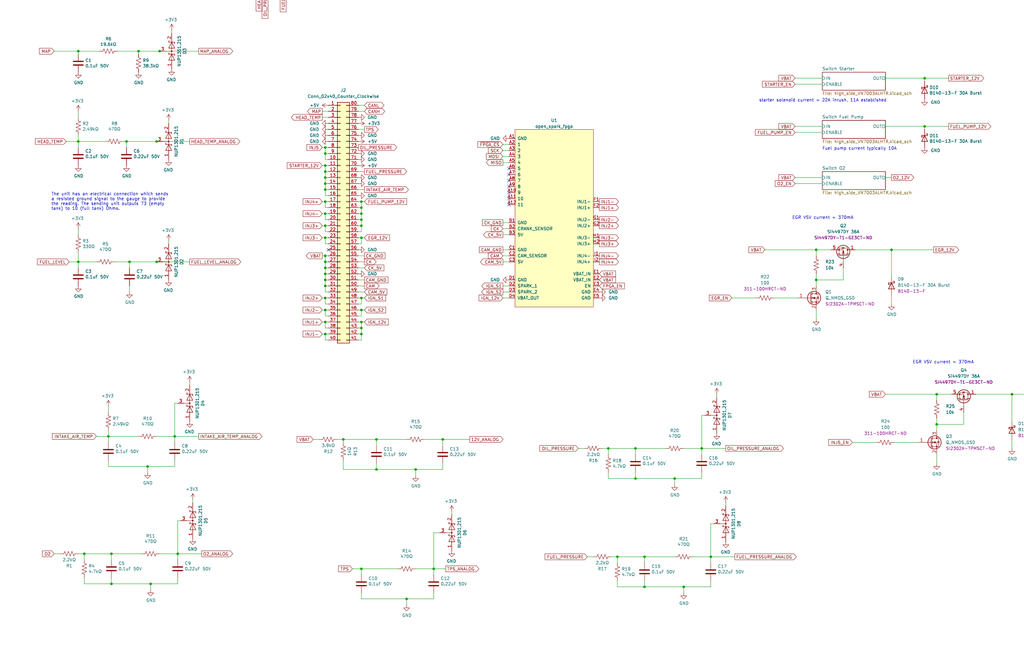
<source format=kicad_sch>
(kicad_sch (version 20211123) (generator eeschema)
  (paper "USLedger")
  (lib_symbols
    (symbol "Conn_01x10_1" (pin_names (offset 1.016))
      (property "Reference" "J?" (at 0 1.27 0))
      (property "Value" "Conn_01x10_1" (at -5.08 -2.54 0))
      (symbol "Conn_01x10_1_1_1"
        (pin bidirectional line (at -25.4 11.43 0) (length 3.81) (name "PB12") (number "1"))
        (pin bidirectional line (at -25.4 -11.43 0) (length 3.81) (name "SWDIO") (number "10"))
        (pin bidirectional line (at -11.43 -22.86 90) (length 3.81) (name "SWCLK") (number "11"))
        (pin bidirectional line (at -8.89 -22.86 90) (length 3.81) (name "PA15") (number "12"))
        (pin bidirectional line (at -6.35 -22.86 90) (length 3.81) (name "PB3") (number "13"))
        (pin bidirectional line (at -3.81 -22.86 90) (length 3.81) (name "PB4") (number "14"))
        (pin bidirectional line (at -1.27 -22.86 90) (length 3.81) (name "PB5") (number "15"))
        (pin bidirectional line (at 1.27 -22.86 90) (length 3.81) (name "PB6") (number "16"))
        (pin bidirectional line (at 3.81 -22.86 90) (length 3.81) (name "PB7") (number "17"))
        (pin bidirectional line (at 6.35 -22.86 90) (length 3.81) (name "BOOT0") (number "18"))
        (pin bidirectional line (at 8.89 -22.86 90) (length 3.81) (name "CANL") (number "19"))
        (pin bidirectional line (at -25.4 8.89 0) (length 3.81) (name "PB13") (number "2"))
        (pin bidirectional line (at 11.43 -22.86 90) (length 3.81) (name "CANH") (number "20"))
        (pin bidirectional line (at 22.86 -11.43 180) (length 3.81) (name "PC13") (number "21"))
        (pin bidirectional line (at 22.86 -8.89 180) (length 3.81) (name "PC14") (number "22"))
        (pin bidirectional line (at 22.86 -6.35 180) (length 3.81) (name "PC15") (number "23"))
        (pin bidirectional line (at 22.86 -3.81 180) (length 3.81) (name "~{RESET}") (number "24"))
        (pin bidirectional line (at 22.86 -1.27 180) (length 3.81) (name "PA0") (number "25"))
        (pin bidirectional line (at 22.86 1.27 180) (length 3.81) (name "PA1") (number "26"))
        (pin bidirectional line (at 22.86 3.81 180) (length 3.81) (name "PA2") (number "27"))
        (pin power_out line (at 22.86 6.35 180) (length 3.81) (name "3V3") (number "28"))
        (pin passive line (at 22.86 8.89 180) (length 3.81) (name "GND") (number "29"))
        (pin bidirectional line (at -25.4 6.35 0) (length 3.81) (name "PB14") (number "3"))
        (pin power_in line (at 22.86 11.43 180) (length 3.81) (name "5V") (number "30"))
        (pin bidirectional line (at 11.43 24.13 270) (length 3.81) (name "PA3") (number "31"))
        (pin bidirectional line (at 8.89 24.13 270) (length 3.81) (name "PA4") (number "32"))
        (pin bidirectional line (at 6.35 24.13 270) (length 3.81) (name "PA5") (number "33"))
        (pin bidirectional line (at 3.81 24.13 270) (length 3.81) (name "PA6") (number "34"))
        (pin bidirectional line (at 1.27 24.13 270) (length 3.81) (name "PA7") (number "35"))
        (pin bidirectional line (at -1.27 24.13 270) (length 3.81) (name "PB0") (number "36"))
        (pin bidirectional line (at -3.81 24.13 270) (length 3.81) (name "PB1") (number "37"))
        (pin bidirectional line (at -6.35 24.13 270) (length 3.81) (name "PB2") (number "38"))
        (pin bidirectional line (at -8.89 24.13 270) (length 3.81) (name "PB10") (number "39"))
        (pin bidirectional line (at -25.4 3.81 0) (length 3.81) (name "PB15") (number "4"))
        (pin bidirectional line (at -11.43 24.13 270) (length 3.81) (name "PB11") (number "40"))
        (pin bidirectional line (at -25.4 1.27 0) (length 3.81) (name "PA8") (number "5"))
        (pin bidirectional line (at -25.4 -1.27 0) (length 3.81) (name "PA9") (number "6"))
        (pin bidirectional line (at -25.4 -3.81 0) (length 3.81) (name "PA10") (number "7"))
        (pin bidirectional line (at -25.4 -6.35 0) (length 3.81) (name "PA11") (number "8"))
        (pin bidirectional line (at -25.4 -8.89 0) (length 3.81) (name "PA12") (number "9"))
      )
    )
    (symbol "Connector:Conn_01x01_Male" (pin_names (offset 1.016) hide)
      (property "Reference" "J" (at 0 2.54 0))
      (property "Value" "Conn_01x01_Male" (at 0 -2.54 0))
      (symbol "Conn_01x01_Male_1_1"
        (pin passive line (at 5.08 0 180) (length 3.81) (name "Pin_1") (number "1"))
      )
    )
    (symbol "Connector_Generic:Conn_02x40_Counter_Clockwise" (pin_names (offset 1.016) hide)
      (property "Reference" "J" (at 1.27 50.8 0))
      (property "Value" "Conn_02x40_Counter_Clockwise" (at 1.27 -53.34 0))
      (symbol "Conn_02x40_Counter_Clockwise_1_1"
        (pin passive line (at -5.08 48.26 0) (length 3.81) (name "Pin_1") (number "1"))
        (pin passive line (at -5.08 25.4 0) (length 3.81) (name "Pin_10") (number "10"))
        (pin passive line (at -5.08 22.86 0) (length 3.81) (name "Pin_11") (number "11"))
        (pin passive line (at -5.08 20.32 0) (length 3.81) (name "Pin_12") (number "12"))
        (pin passive line (at -5.08 17.78 0) (length 3.81) (name "Pin_13") (number "13"))
        (pin passive line (at -5.08 15.24 0) (length 3.81) (name "Pin_14") (number "14"))
        (pin passive line (at -5.08 12.7 0) (length 3.81) (name "Pin_15") (number "15"))
        (pin passive line (at -5.08 10.16 0) (length 3.81) (name "Pin_16") (number "16"))
        (pin passive line (at -5.08 7.62 0) (length 3.81) (name "Pin_17") (number "17"))
        (pin passive line (at -5.08 5.08 0) (length 3.81) (name "Pin_18") (number "18"))
        (pin passive line (at -5.08 2.54 0) (length 3.81) (name "Pin_19") (number "19"))
        (pin passive line (at -5.08 45.72 0) (length 3.81) (name "Pin_2") (number "2"))
        (pin passive line (at -5.08 0 0) (length 3.81) (name "Pin_20") (number "20"))
        (pin passive line (at -5.08 -2.54 0) (length 3.81) (name "Pin_21") (number "21"))
        (pin passive line (at -5.08 -5.08 0) (length 3.81) (name "Pin_22") (number "22"))
        (pin passive line (at -5.08 -7.62 0) (length 3.81) (name "Pin_23") (number "23"))
        (pin passive line (at -5.08 -10.16 0) (length 3.81) (name "Pin_24") (number "24"))
        (pin passive line (at -5.08 -12.7 0) (length 3.81) (name "Pin_25") (number "25"))
        (pin passive line (at -5.08 -15.24 0) (length 3.81) (name "Pin_26") (number "26"))
        (pin passive line (at -5.08 -17.78 0) (length 3.81) (name "Pin_27") (number "27"))
        (pin passive line (at -5.08 -20.32 0) (length 3.81) (name "Pin_28") (number "28"))
        (pin passive line (at -5.08 -22.86 0) (length 3.81) (name "Pin_29") (number "29"))
        (pin passive line (at -5.08 43.18 0) (length 3.81) (name "Pin_3") (number "3"))
        (pin passive line (at -5.08 -25.4 0) (length 3.81) (name "Pin_30") (number "30"))
        (pin passive line (at -5.08 -27.94 0) (length 3.81) (name "Pin_31") (number "31"))
        (pin passive line (at -5.08 -30.48 0) (length 3.81) (name "Pin_32") (number "32"))
        (pin passive line (at -5.08 -33.02 0) (length 3.81) (name "Pin_33") (number "33"))
        (pin passive line (at -5.08 -35.56 0) (length 3.81) (name "Pin_34") (number "34"))
        (pin passive line (at -5.08 -38.1 0) (length 3.81) (name "Pin_35") (number "35"))
        (pin passive line (at -5.08 -40.64 0) (length 3.81) (name "Pin_36") (number "36"))
        (pin passive line (at -5.08 -43.18 0) (length 3.81) (name "Pin_37") (number "37"))
        (pin passive line (at -5.08 -45.72 0) (length 3.81) (name "Pin_38") (number "38"))
        (pin passive line (at -5.08 -48.26 0) (length 3.81) (name "Pin_39") (number "39"))
        (pin passive line (at -5.08 40.64 0) (length 3.81) (name "Pin_4") (number "4"))
        (pin passive line (at -5.08 -50.8 0) (length 3.81) (name "Pin_40") (number "40"))
        (pin passive line (at 7.62 -50.8 180) (length 3.81) (name "Pin_41") (number "41"))
        (pin passive line (at 7.62 -48.26 180) (length 3.81) (name "Pin_42") (number "42"))
        (pin passive line (at 7.62 -45.72 180) (length 3.81) (name "Pin_43") (number "43"))
        (pin passive line (at 7.62 -43.18 180) (length 3.81) (name "Pin_44") (number "44"))
        (pin passive line (at 7.62 -40.64 180) (length 3.81) (name "Pin_45") (number "45"))
        (pin passive line (at 7.62 -38.1 180) (length 3.81) (name "Pin_46") (number "46"))
        (pin passive line (at 7.62 -35.56 180) (length 3.81) (name "Pin_47") (number "47"))
        (pin passive line (at 7.62 -33.02 180) (length 3.81) (name "Pin_48") (number "48"))
        (pin passive line (at 7.62 -30.48 180) (length 3.81) (name "Pin_49") (number "49"))
        (pin passive line (at -5.08 38.1 0) (length 3.81) (name "Pin_5") (number "5"))
        (pin passive line (at 7.62 -27.94 180) (length 3.81) (name "Pin_50") (number "50"))
        (pin passive line (at 7.62 -25.4 180) (length 3.81) (name "Pin_51") (number "51"))
        (pin passive line (at 7.62 -22.86 180) (length 3.81) (name "Pin_52") (number "52"))
        (pin passive line (at 7.62 -20.32 180) (length 3.81) (name "Pin_53") (number "53"))
        (pin passive line (at 7.62 -17.78 180) (length 3.81) (name "Pin_54") (number "54"))
        (pin passive line (at 7.62 -15.24 180) (length 3.81) (name "Pin_55") (number "55"))
        (pin passive line (at 7.62 -12.7 180) (length 3.81) (name "Pin_56") (number "56"))
        (pin passive line (at 7.62 -10.16 180) (length 3.81) (name "Pin_57") (number "57"))
        (pin passive line (at 7.62 -7.62 180) (length 3.81) (name "Pin_58") (number "58"))
        (pin passive line (at 7.62 -5.08 180) (length 3.81) (name "Pin_59") (number "59"))
        (pin passive line (at -5.08 35.56 0) (length 3.81) (name "Pin_6") (number "6"))
        (pin passive line (at 7.62 -2.54 180) (length 3.81) (name "Pin_60") (number "60"))
        (pin passive line (at 7.62 0 180) (length 3.81) (name "Pin_61") (number "61"))
        (pin passive line (at 7.62 2.54 180) (length 3.81) (name "Pin_62") (number "62"))
        (pin passive line (at 7.62 5.08 180) (length 3.81) (name "Pin_63") (number "63"))
        (pin passive line (at 7.62 7.62 180) (length 3.81) (name "Pin_64") (number "64"))
        (pin passive line (at 7.62 10.16 180) (length 3.81) (name "Pin_65") (number "65"))
        (pin passive line (at 7.62 12.7 180) (length 3.81) (name "Pin_66") (number "66"))
        (pin passive line (at 7.62 15.24 180) (length 3.81) (name "Pin_67") (number "67"))
        (pin passive line (at 7.62 17.78 180) (length 3.81) (name "Pin_68") (number "68"))
        (pin passive line (at 7.62 20.32 180) (length 3.81) (name "Pin_69") (number "69"))
        (pin passive line (at -5.08 33.02 0) (length 3.81) (name "Pin_7") (number "7"))
        (pin passive line (at 7.62 22.86 180) (length 3.81) (name "Pin_70") (number "70"))
        (pin passive line (at 7.62 25.4 180) (length 3.81) (name "Pin_71") (number "71"))
        (pin passive line (at 7.62 27.94 180) (length 3.81) (name "Pin_72") (number "72"))
        (pin passive line (at 7.62 30.48 180) (length 3.81) (name "Pin_73") (number "73"))
        (pin passive line (at 7.62 33.02 180) (length 3.81) (name "Pin_74") (number "74"))
        (pin passive line (at 7.62 35.56 180) (length 3.81) (name "Pin_75") (number "75"))
        (pin passive line (at 7.62 38.1 180) (length 3.81) (name "Pin_76") (number "76"))
        (pin passive line (at 7.62 40.64 180) (length 3.81) (name "Pin_77") (number "77"))
        (pin passive line (at 7.62 43.18 180) (length 3.81) (name "Pin_78") (number "78"))
        (pin passive line (at 7.62 45.72 180) (length 3.81) (name "Pin_79") (number "79"))
        (pin passive line (at -5.08 30.48 0) (length 3.81) (name "Pin_8") (number "8"))
        (pin passive line (at 7.62 48.26 180) (length 3.81) (name "Pin_80") (number "80"))
        (pin passive line (at -5.08 27.94 0) (length 3.81) (name "Pin_9") (number "9"))
      )
    )
    (symbol "Device:C" (pin_numbers hide) (pin_names (offset 0.254))
      (property "Reference" "C" (at 0.635 2.54 0))
      (property "Value" "C" (at 0.635 -2.54 0))
      (symbol "C_1_1"
        (pin passive line (at 0 3.81 270) (length 2.794) (name "~") (number "1"))
        (pin passive line (at 0 -3.81 90) (length 2.794) (name "~") (number "2"))
      )
    )
    (symbol "Device:D_Schottky" (pin_numbers hide) (pin_names (offset 1.016) hide)
      (property "Reference" "D" (at 0 2.54 0))
      (property "Value" "D_Schottky" (at 0 -2.54 0))
      (symbol "D_Schottky_1_1"
        (pin passive line (at -3.81 0 0) (length 2.54) (name "K") (number "1"))
        (pin passive line (at 3.81 0 180) (length 2.54) (name "A") (number "2"))
      )
    )
    (symbol "Device:Q_NMOS_GSD" (pin_names (offset 0) hide)
      (property "Reference" "Q" (at 5.08 1.27 0))
      (property "Value" "Q_NMOS_GSD" (at 5.08 -1.27 0))
      (symbol "Q_NMOS_GSD_1_1"
        (pin input line (at -5.08 0 0) (length 2.54) (name "G") (number "1"))
        (pin passive line (at 2.54 -5.08 90) (length 2.54) (name "S") (number "2"))
        (pin passive line (at 2.54 5.08 270) (length 2.54) (name "D") (number "3"))
      )
    )
    (symbol "Device:Q_PMOS_GSD" (pin_names (offset 0) hide)
      (property "Reference" "Q2" (at 0 12.7 90))
      (property "Value" "DMP2035U" (at 0 10.16 90))
      (property "DigiKey" "DMP2035U-7DICT-ND" (at 0 7.62 90))
      (symbol "Q_PMOS_GSD_1_1"
        (pin passive line (at 2.54 5.08 270) (length 2.54) (name "D") (number "1"))
        (pin passive line (at 2.54 5.08 270) (length 2.54) hide (name "D") (number "2"))
        (pin passive line (at 2.54 5.08 270) (length 2.54) hide (name "D") (number "3"))
        (pin input line (at -5.08 0 0) (length 2.54) (name "G") (number "4"))
        (pin passive line (at 2.54 -5.08 90) (length 2.54) (name "S") (number "5"))
        (pin passive line (at 2.54 -5.08 90) (length 2.54) hide (name "S") (number "6"))
        (pin passive line (at 2.54 -5.08 90) (length 2.54) hide (name "S") (number "7"))
        (pin passive line (at 2.54 -5.08 90) (length 2.54) hide (name "S") (number "8"))
      )
    )
    (symbol "Device:R_US" (pin_numbers hide) (pin_names (offset 0))
      (property "Reference" "R" (at 2.54 0 90))
      (property "Value" "R_US" (at -2.54 0 90))
      (symbol "R_US_1_1"
        (pin passive line (at 0 3.81 270) (length 1.27) (name "~") (number "1"))
        (pin passive line (at 0 -3.81 90) (length 1.27) (name "~") (number "2"))
      )
    )
    (symbol "open_spark_carrier-rescue:D_Schottky_x2_Serial_AKC-Device" (pin_names (offset 0.762) hide)
      (property "Reference" "D" (at 1.27 -2.54 0))
      (property "Value" "D_Schottky_x2_Serial_AKC-Device" (at 0 2.54 0))
      (symbol "D_Schottky_x2_Serial_AKC-Device_0_1"
        (pin passive line (at -7.62 0 0) (length 3.81) (name "A") (number "1"))
        (pin passive line (at 7.62 0 180) (length 3.81) (name "K") (number "2"))
        (pin passive line (at 0 -5.08 90) (length 2.54) (name "common") (number "3"))
      )
    )
    (symbol "open_spark_carrier:TSR_2-2450" (pin_names (offset 1.016))
      (property "Reference" "PS" (at -10.16 6.35 0))
      (property "Value" "TSR_2-2450" (at -10.16 -7.62 0))
      (symbol "TSR_2-2450_0_0"
        (pin input line (at -15.24 2.54 0) (length 5.08) (name "+VIN") (number "1"))
        (pin power_in line (at 15.24 -2.54 180) (length 5.08) (name "GND") (number "2"))
        (pin output line (at 15.24 2.54 180) (length 5.08) (name "+VOUT") (number "3"))
      )
    )
    (symbol "open_spark_carrier:open_spark_fpga" (pin_names (offset 1.016))
      (property "Reference" "U1" (at 0 39.37 0))
      (property "Value" "open_spark_fpga" (at 0 36.83 0))
      (symbol "open_spark_fpga_1_1"
        (pin passive line (at -19.05 31.75 0) (length 2.54) (name "GND") (number "A1"))
        (pin bidirectional line (at -19.05 8.89 0) (length 2.54) (name "9") (number "A10"))
        (pin bidirectional line (at -19.05 6.35 0) (length 2.54) (name "10") (number "A11"))
        (pin bidirectional line (at -19.05 3.81 0) (length 2.54) (name "11") (number "A12"))
        (pin bidirectional line (at -19.05 29.21 0) (length 2.54) (name "1") (number "A2"))
        (pin bidirectional line (at -19.05 26.67 0) (length 2.54) (name "2") (number "A3"))
        (pin bidirectional line (at -19.05 24.13 0) (length 2.54) (name "3") (number "A4"))
        (pin bidirectional line (at -19.05 21.59 0) (length 2.54) (name "4") (number "A5"))
        (pin bidirectional line (at -19.05 19.05 0) (length 2.54) (name "5") (number "A6"))
        (pin bidirectional line (at -19.05 16.51 0) (length 2.54) (name "6") (number "A7"))
        (pin bidirectional line (at -19.05 13.97 0) (length 2.54) (name "7") (number "A8"))
        (pin bidirectional line (at -19.05 11.43 0) (length 2.54) (name "8") (number "A9"))
        (pin passive line (at -19.05 -3.81 0) (length 2.54) (name "GND") (number "B1"))
        (pin input line (at -19.05 -6.35 0) (length 2.54) (name "CRANK_SENSOR") (number "B2"))
        (pin power_out line (at -19.05 -8.89 0) (length 2.54) (name "5V") (number "B3"))
        (pin passive line (at -19.05 -15.24 0) (length 2.54) (name "GND") (number "C1"))
        (pin input line (at -19.05 -17.78 0) (length 2.54) (name "CAM_SENSOR") (number "C2"))
        (pin power_out line (at -19.05 -20.32 0) (length 2.54) (name "5V") (number "C3"))
        (pin passive line (at -19.05 -27.94 0) (length 2.54) (name "GND") (number "D1"))
        (pin output line (at -19.05 -30.48 0) (length 2.54) (name "SPARK_1") (number "D2"))
        (pin output line (at -19.05 -33.02 0) (length 2.54) (name "SPARK_2") (number "D3"))
        (pin power_out line (at -19.05 -35.56 0) (length 2.54) (name "VBAT_OUT") (number "D4"))
        (pin power_in line (at 19.05 -25.4 180) (length 2.54) (name "VBAT_IN") (number "E1"))
        (pin power_in line (at 19.05 -27.94 180) (length 2.54) (name "VBAT_IN") (number "E2"))
        (pin input line (at 19.05 -30.48 180) (length 2.54) (name "EN") (number "E3"))
        (pin passive line (at 19.05 -33.02 180) (length 2.54) (name "GND") (number "E4"))
        (pin passive line (at 19.05 -35.56 180) (length 2.54) (name "GND") (number "E5"))
        (pin power_out line (at 19.05 5.08 180) (length 2.54) (name "INJ1-") (number "F1"))
        (pin power_out line (at 19.05 2.54 180) (length 2.54) (name "INJ1+") (number "F2"))
        (pin power_out line (at 19.05 -2.54 180) (length 2.54) (name "INJ2-") (number "G1"))
        (pin power_out line (at 19.05 -5.08 180) (length 2.54) (name "INJ2+") (number "G2"))
        (pin power_out line (at 19.05 -10.16 180) (length 2.54) (name "INJ3-") (number "H1"))
        (pin power_out line (at 19.05 -12.7 180) (length 2.54) (name "INJ3+") (number "H2"))
        (pin power_out line (at 19.05 -17.78 180) (length 2.54) (name "INJ4-") (number "I1"))
        (pin power_out line (at 19.05 -20.32 180) (length 2.54) (name "INJ4+") (number "I2"))
      )
    )
    (symbol "power:+3V3" (power) (pin_names (offset 0))
      (property "Value" "+3V3" (at 0 3.556 0))
      (symbol "+3V3_1_1"
        (pin power_in line (at 0 0 90) (length 0) hide (name "+3V3") (number "1"))
      )
    )
    (symbol "power:+5V" (power) (pin_names (offset 0))
      (property "Value" "+5V" (at 0 3.556 0))
      (symbol "+5V_1_1"
        (pin power_in line (at 0 0 90) (length 0) hide (name "+5V") (number "1"))
      )
    )
    (symbol "power:GND" (power) (pin_names (offset 0))
      (property "Value" "GND" (at 0 -3.81 0))
      (symbol "GND_1_1"
        (pin power_in line (at 0 0 270) (length 0) hide (name "GND") (number "1"))
      )
    )
  )
  (junction (at 152.4 140.97))
  (junction (at 137.16 110.49))
  (junction (at 152.4 92.71))
  (junction (at 45.72 184.15))
  (junction (at 394.97 166.37))
  (junction (at 137.16 77.47))
  (junction (at 137.16 125.73))
  (junction (at 288.29 247.65))
  (junction (at 137.16 72.39))
  (junction (at 74.93 233.68))
  (junction (at 58.42 21.59))
  (junction (at 33.02 59.69))
  (junction (at 182.88 240.03))
  (junction (at 152.4 138.43))
  (junction (at 137.16 140.97))
  (junction (at 344.17 118.11))
  (junction (at 284.48 201.93))
  (junction (at 152.4 90.17))
  (junction (at 46.99 233.68))
  (junction (at 73.66 184.15))
  (junction (at 54.61 110.49))
  (junction (at 394.97 179.07))
  (junction (at 389.89 33.02))
  (junction (at 158.75 198.12))
  (junction (at 152.4 130.81))
  (junction (at 33.02 21.59))
  (junction (at 152.4 135.89))
  (junction (at 137.16 135.89))
  (junction (at 344.17 105.41))
  (junction (at 152.4 240.03))
  (junction (at 137.16 74.93))
  (junction (at 375.92 105.41))
  (junction (at 137.16 120.65))
  (junction (at 158.75 185.42))
  (junction (at 295.91 189.23))
  (junction (at 66.04 59.69))
  (junction (at 152.4 125.73))
  (junction (at 137.16 100.33))
  (junction (at 299.72 234.95))
  (junction (at 152.4 85.09))
  (junction (at 67.31 21.59))
  (junction (at 267.97 201.93))
  (junction (at 66.04 110.49))
  (junction (at 152.4 95.25))
  (junction (at 137.16 95.25))
  (junction (at 175.26 198.12))
  (junction (at 63.5 246.38))
  (junction (at 137.16 62.23))
  (junction (at 267.97 189.23))
  (junction (at 271.78 234.95))
  (junction (at 271.78 247.65))
  (junction (at 426.72 166.37))
  (junction (at 62.23 196.85))
  (junction (at 137.16 80.01))
  (junction (at 137.16 69.85))
  (junction (at 260.35 234.95))
  (junction (at 137.16 64.77))
  (junction (at 152.4 100.33))
  (junction (at 53.34 59.69))
  (junction (at 137.16 118.11))
  (junction (at 137.16 90.17))
  (junction (at 137.16 107.95))
  (junction (at 137.16 130.81))
  (junction (at 171.45 252.73))
  (junction (at 35.56 233.68))
  (junction (at 152.4 87.63))
  (junction (at 46.99 246.38))
  (junction (at 186.69 185.42))
  (junction (at 389.89 53.34))
  (junction (at 256.54 189.23))
  (junction (at 144.78 185.42))
  (junction (at 137.16 85.09))
  (junction (at 33.02 110.49))
  (junction (at 137.16 115.57))
  (junction (at 137.16 113.03))
  (no_connect (at 121.92 -16.51))
  (no_connect (at 138.43 -35.56))
  (no_connect (at 214.63 78.74))
  (no_connect (at 90.17 -27.94))
  (no_connect (at 214.63 83.82))
  (no_connect (at 138.43 105.41))
  (no_connect (at 214.63 73.66))
  (no_connect (at 214.63 71.12))
  (no_connect (at 214.63 81.28))
  (no_connect (at 104.14 -16.51))
  (no_connect (at 214.63 76.2))
  (no_connect (at 214.63 86.36))
  (wire (pts (xy 74.93 219.71) (xy 74.93 233.68)))
  (wire (pts (xy 247.65 234.95) (xy 250.19 234.95)))
  (wire (pts (xy 74.93 233.68) (xy 67.31 233.68)))
  (wire (pts (xy 335.28 53.34) (xy 346.71 53.34)))
  (wire (pts (xy 53.34 59.69) (xy 52.07 59.69)))
  (wire (pts (xy 355.6 118.11) (xy 355.6 113.03)))
  (wire (pts (xy 33.02 110.49) (xy 40.64 110.49)))
  (wire (pts (xy 182.88 224.79) (xy 185.42 224.79)))
  (wire (pts (xy 135.89 130.81) (xy 137.16 130.81)))
  (wire (pts (xy 35.56 233.68) (xy 46.99 233.68)))
  (wire (pts (xy 152.4 133.35) (xy 152.4 130.81)))
  (wire (pts (xy 135.89 49.53) (xy 138.43 49.53)))
  (wire (pts (xy 186.69 187.96) (xy 186.69 185.42)))
  (wire (pts (xy 22.86 21.59) (xy 33.02 21.59)))
  (wire (pts (xy 138.43 102.87) (xy 137.16 102.87)))
  (wire (pts (xy 295.91 189.23) (xy 288.29 189.23)))
  (wire (pts (xy 308.61 125.73) (xy 318.77 125.73)))
  (wire (pts (xy 212.09 120.65) (xy 214.63 120.65)))
  (wire (pts (xy 326.39 125.73) (xy 336.55 125.73)))
  (wire (pts (xy 288.29 247.65) (xy 288.29 250.19)))
  (wire (pts (xy 46.99 233.68) (xy 59.69 233.68)))
  (wire (pts (xy 137.16 123.19) (xy 137.16 120.65)))
  (wire (pts (xy 62.23 196.85) (xy 62.23 199.39)))
  (wire (pts (xy 53.34 62.23) (xy 53.34 59.69)))
  (wire (pts (xy 284.48 201.93) (xy 295.91 201.93)))
  (wire (pts (xy 46.99 233.68) (xy 46.99 236.22)))
  (wire (pts (xy 33.02 59.69) (xy 33.02 62.23)))
  (wire (pts (xy 190.5 215.9) (xy 190.5 217.17)))
  (wire (pts (xy 67.31 21.59) (xy 83.82 21.59)))
  (wire (pts (xy 359.41 186.69) (xy 369.57 186.69)))
  (wire (pts (xy 80.01 161.29) (xy 80.01 162.56)))
  (wire (pts (xy 137.16 100.33) (xy 138.43 100.33)))
  (wire (pts (xy 33.02 59.69) (xy 44.45 59.69)))
  (wire (pts (xy 46.99 246.38) (xy 63.5 246.38)))
  (wire (pts (xy 152.4 138.43) (xy 152.4 140.97)))
  (wire (pts (xy 375.92 105.41) (xy 375.92 116.84)))
  (wire (pts (xy 306.07 189.23) (xy 295.91 189.23)))
  (wire (pts (xy 137.16 113.03) (xy 138.43 113.03)))
  (wire (pts (xy 260.35 234.95) (xy 260.35 237.49)))
  (wire (pts (xy 152.4 135.89) (xy 153.67 135.89)))
  (wire (pts (xy 375.92 124.46) (xy 375.92 128.27)))
  (wire (pts (xy 137.16 138.43) (xy 137.16 135.89)))
  (wire (pts (xy 135.89 95.25) (xy 137.16 95.25)))
  (wire (pts (xy 53.34 59.69) (xy 66.04 59.69)))
  (wire (pts (xy 83.82 184.15) (xy 73.66 184.15)))
  (wire (pts (xy 260.35 245.11) (xy 260.35 247.65)))
  (wire (pts (xy 426.72 185.42) (xy 426.72 189.23)))
  (wire (pts (xy 137.16 130.81) (xy 138.43 130.81)))
  (wire (pts (xy 151.13 92.71) (xy 152.4 92.71)))
  (wire (pts (xy 137.16 95.25) (xy 138.43 95.25)))
  (wire (pts (xy 373.38 74.93) (xy 375.92 74.93)))
  (wire (pts (xy 137.16 74.93) (xy 138.43 74.93)))
  (wire (pts (xy 406.4 179.07) (xy 406.4 173.99)))
  (wire (pts (xy 158.75 198.12) (xy 175.26 198.12)))
  (wire (pts (xy 152.4 125.73) (xy 153.67 125.73)))
  (wire (pts (xy 394.97 166.37) (xy 394.97 168.91)))
  (wire (pts (xy 394.97 166.37) (xy 401.32 166.37)))
  (wire (pts (xy 212.09 110.49) (xy 214.63 110.49)))
  (wire (pts (xy 271.78 234.95) (xy 284.48 234.95)))
  (wire (pts (xy 212.09 63.5) (xy 214.63 63.5)))
  (wire (pts (xy 73.66 170.18) (xy 73.66 184.15)))
  (wire (pts (xy 299.72 237.49) (xy 299.72 234.95)))
  (wire (pts (xy 137.16 69.85) (xy 137.16 72.39)))
  (wire (pts (xy 137.16 97.79) (xy 137.16 95.25)))
  (wire (pts (xy -1.27 -38.1) (xy 2.54 -38.1)))
  (wire (pts (xy 137.16 113.03) (xy 137.16 110.49)))
  (wire (pts (xy 212.09 60.96) (xy 214.63 60.96)))
  (wire (pts (xy 58.42 22.86) (xy 58.42 21.59)))
  (wire (pts (xy 151.13 135.89) (xy 152.4 135.89)))
  (wire (pts (xy 54.61 110.49) (xy 66.04 110.49)))
  (wire (pts (xy 158.75 185.42) (xy 158.75 187.96)))
  (wire (pts (xy 137.16 120.65) (xy 138.43 120.65)))
  (wire (pts (xy -44.45 -43.18) (xy -31.75 -43.18)))
  (wire (pts (xy 182.88 224.79) (xy 182.88 240.03)))
  (wire (pts (xy 373.38 53.34) (xy 389.89 53.34)))
  (wire (pts (xy 137.16 72.39) (xy 137.16 74.93)))
  (wire (pts (xy 151.13 130.81) (xy 152.4 130.81)))
  (wire (pts (xy -1.27 -43.18) (xy 2.54 -43.18)))
  (wire (pts (xy 54.61 123.19) (xy 54.61 120.65)))
  (wire (pts (xy 135.89 46.99) (xy 138.43 46.99)))
  (wire (pts (xy 135.89 125.73) (xy 137.16 125.73)))
  (wire (pts (xy 182.88 240.03) (xy 175.26 240.03)))
  (wire (pts (xy 138.43 138.43) (xy 137.16 138.43)))
  (wire (pts (xy 389.89 53.34) (xy 389.89 54.61)))
  (wire (pts (xy 138.43 -50.8) (xy 140.97 -50.8)))
  (wire (pts (xy 212.09 96.52) (xy 214.63 96.52)))
  (wire (pts (xy 151.13 97.79) (xy 152.4 97.79)))
  (wire (pts (xy 74.93 236.22) (xy 74.93 233.68)))
  (wire (pts (xy 45.72 184.15) (xy 45.72 186.69)))
  (wire (pts (xy 2.54 -43.18) (xy 2.54 -46.99)))
  (wire (pts (xy 33.02 110.49) (xy 33.02 113.03)))
  (wire (pts (xy 271.78 245.11) (xy 271.78 247.65)))
  (wire (pts (xy 175.26 198.12) (xy 175.26 200.66)))
  (wire (pts (xy 394.97 191.77) (xy 394.97 195.58)))
  (wire (pts (xy 152.4 97.79) (xy 152.4 95.25)))
  (wire (pts (xy 135.89 140.97) (xy 137.16 140.97)))
  (wire (pts (xy 153.67 110.49) (xy 151.13 110.49)))
  (wire (pts (xy 394.97 179.07) (xy 394.97 181.61)))
  (wire (pts (xy 346.71 55.88) (xy 335.28 55.88)))
  (wire (pts (xy 306.07 212.09) (xy 306.07 213.36)))
  (wire (pts (xy 137.16 107.95) (xy 138.43 107.95)))
  (wire (pts (xy 40.64 184.15) (xy 45.72 184.15)))
  (wire (pts (xy 151.13 90.17) (xy 152.4 90.17)))
  (wire (pts (xy 335.28 33.02) (xy 346.71 33.02)))
  (wire (pts (xy 389.89 33.02) (xy 389.89 34.29)))
  (wire (pts (xy 187.96 240.03) (xy 182.88 240.03)))
  (wire (pts (xy 137.16 115.57) (xy 137.16 113.03)))
  (wire (pts (xy 138.43 -45.72) (xy 140.97 -45.72)))
  (wire (pts (xy 45.72 173.99) (xy 45.72 171.45)))
  (wire (pts (xy 29.21 110.49) (xy 33.02 110.49)))
  (wire (pts (xy 49.53 21.59) (xy 58.42 21.59)))
  (wire (pts (xy 212.09 99.06) (xy 214.63 99.06)))
  (wire (pts (xy 71.12 101.6) (xy 71.12 102.87)))
  (wire (pts (xy 33.02 110.49) (xy 33.02 106.68)))
  (wire (pts (xy 45.72 181.61) (xy 45.72 184.15)))
  (wire (pts (xy 137.16 64.77) (xy 137.16 62.23)))
  (wire (pts (xy 45.72 196.85) (xy 62.23 196.85)))
  (wire (pts (xy 158.75 195.58) (xy 158.75 198.12)))
  (wire (pts (xy 135.89 69.85) (xy 137.16 69.85)))
  (wire (pts (xy 186.69 185.42) (xy 179.07 185.42)))
  (wire (pts (xy 198.12 185.42) (xy 186.69 185.42)))
  (wire (pts (xy 153.67 46.99) (xy 151.13 46.99)))
  (wire (pts (xy 153.67 44.45) (xy 151.13 44.45)))
  (wire (pts (xy 295.91 201.93) (xy 295.91 199.39)))
  (wire (pts (xy 135.89 107.95) (xy 137.16 107.95)))
  (wire (pts (xy 138.43 92.71) (xy 137.16 92.71)))
  (wire (pts (xy 138.43 -48.26) (xy 140.97 -48.26)))
  (wire (pts (xy 152.4 100.33) (xy 153.67 100.33)))
  (wire (pts (xy 152.4 250.19) (xy 152.4 252.73)))
  (wire (pts (xy 152.4 130.81) (xy 153.67 130.81)))
  (wire (pts (xy 375.92 105.41) (xy 393.7 105.41)))
  (wire (pts (xy 394.97 179.07) (xy 406.4 179.07)))
  (wire (pts (xy 360.68 105.41) (xy 375.92 105.41)))
  (wire (pts (xy 152.4 102.87) (xy 152.4 100.33)))
  (wire (pts (xy 137.16 77.47) (xy 138.43 77.47)))
  (wire (pts (xy 151.13 118.11) (xy 153.67 118.11)))
  (wire (pts (xy 299.72 247.65) (xy 299.72 245.11)))
  (wire (pts (xy 158.75 185.42) (xy 171.45 185.42)))
  (wire (pts (xy 135.89 135.89) (xy 137.16 135.89)))
  (wire (pts (xy 271.78 234.95) (xy 271.78 237.49)))
  (wire (pts (xy 256.54 201.93) (xy 267.97 201.93)))
  (wire (pts (xy 138.43 128.27) (xy 137.16 128.27)))
  (wire (pts (xy 212.09 107.95) (xy 214.63 107.95)))
  (wire (pts (xy 45.72 194.31) (xy 45.72 196.85)))
  (wire (pts (xy 137.16 128.27) (xy 137.16 125.73)))
  (wire (pts (xy 137.16 72.39) (xy 138.43 72.39)))
  (wire (pts (xy 73.66 186.69) (xy 73.66 184.15)))
  (wire (pts (xy 152.4 95.25) (xy 152.4 92.71)))
  (wire (pts (xy 54.61 113.03) (xy 54.61 110.49)))
  (wire (pts (xy 137.16 62.23) (xy 138.43 62.23)))
  (wire (pts (xy 151.13 87.63) (xy 152.4 87.63)))
  (wire (pts (xy 137.16 120.65) (xy 137.16 118.11)))
  (wire (pts (xy 151.13 140.97) (xy 152.4 140.97)))
  (wire (pts (xy 138.43 97.79) (xy 137.16 97.79)))
  (wire (pts (xy 148.59 240.03) (xy 152.4 240.03)))
  (wire (pts (xy 80.01 59.69) (xy 66.04 59.69)))
  (wire (pts (xy 267.97 201.93) (xy 284.48 201.93)))
  (wire (pts (xy 58.42 21.59) (xy 67.31 21.59)))
  (wire (pts (xy 137.16 125.73) (xy 138.43 125.73)))
  (wire (pts (xy 151.13 128.27) (xy 152.4 128.27)))
  (wire (pts (xy 158.75 198.12) (xy 144.78 198.12)))
  (wire (pts (xy 153.67 54.61) (xy 151.13 54.61)))
  (wire (pts (xy 33.02 233.68) (xy 35.56 233.68)))
  (wire (pts (xy 344.17 115.57) (xy 344.17 118.11)))
  (wire (pts (xy 137.16 110.49) (xy 137.16 107.95)))
  (wire (pts (xy 212.09 125.73) (xy 214.63 125.73)))
  (wire (pts (xy 212.09 123.19) (xy 214.63 123.19)))
  (wire (pts (xy 151.13 102.87) (xy 152.4 102.87)))
  (wire (pts (xy 72.39 12.7) (xy 72.39 13.97)))
  (wire (pts (xy 137.16 80.01) (xy 138.43 80.01)))
  (wire (pts (xy 153.67 120.65) (xy 151.13 120.65)))
  (wire (pts (xy 138.43 67.31) (xy 137.16 67.31)))
  (wire (pts (xy 152.4 140.97) (xy 152.4 143.51)))
  (wire (pts (xy 142.24 185.42) (xy 144.78 185.42)))
  (wire (pts (xy 137.16 118.11) (xy 137.16 115.57)))
  (wire (pts (xy 151.13 100.33) (xy 152.4 100.33)))
  (wire (pts (xy 171.45 252.73) (xy 171.45 255.27)))
  (wire (pts (xy 73.66 184.15) (xy 66.04 184.15)))
  (wire (pts (xy 151.13 123.19) (xy 153.67 123.19)))
  (wire (pts (xy 80.01 110.49) (xy 66.04 110.49)))
  (wire (pts (xy 260.35 234.95) (xy 271.78 234.95)))
  (wire (pts (xy 309.88 234.95) (xy 299.72 234.95)))
  (wire (pts (xy 33.02 99.06) (xy 33.02 96.52)))
  (wire (pts (xy 33.02 49.53) (xy 33.02 46.99)))
  (wire (pts (xy 426.72 166.37) (xy 444.5 166.37)))
  (wire (pts (xy 389.89 33.02) (xy 400.05 33.02)))
  (wire (pts (xy 151.13 95.25) (xy 152.4 95.25)))
  (wire (pts (xy 284.48 201.93) (xy 284.48 204.47)))
  (wire (pts (xy 394.97 176.53) (xy 394.97 179.07)))
  (wire (pts (xy 322.58 105.41) (xy 344.17 105.41)))
  (wire (pts (xy 344.17 105.41) (xy 344.17 107.95)))
  (wire (pts (xy 74.93 170.18) (xy 73.66 170.18)))
  (wire (pts (xy 46.99 243.84) (xy 46.99 246.38)))
  (wire (pts (xy 299.72 220.98) (xy 299.72 234.95)))
  (wire (pts (xy 33.02 21.59) (xy 41.91 21.59)))
  (wire (pts (xy 137.16 133.35) (xy 137.16 130.81)))
  (wire (pts (xy 48.26 110.49) (xy 54.61 110.49)))
  (wire (pts (xy 295.91 175.26) (xy 295.91 189.23)))
  (wire (pts (xy 257.81 234.95) (xy 260.35 234.95)))
  (wire (pts (xy 151.13 107.95) (xy 153.67 107.95)))
  (wire (pts (xy 134.62 185.42) (xy 132.08 185.42)))
  (wire (pts (xy 288.29 247.65) (xy 299.72 247.65)))
  (wire (pts (xy 267.97 199.39) (xy 267.97 201.93)))
  (wire (pts (xy 137.16 140.97) (xy 138.43 140.97)))
  (wire (pts (xy 344.17 105.41) (xy 350.52 105.41)))
  (wire (pts (xy 35.56 243.84) (xy 35.56 246.38)))
  (wire (pts (xy 63.5 246.38) (xy 74.93 246.38)))
  (wire (pts (xy 256.54 199.39) (xy 256.54 201.93)))
  (wire (pts (xy 152.4 92.71) (xy 152.4 90.17)))
  (wire (pts (xy 254 189.23) (xy 256.54 189.23)))
  (wire (pts (xy 138.43 133.35) (xy 137.16 133.35)))
  (wire (pts (xy 35.56 246.38) (xy 46.99 246.38)))
  (wire (pts (xy 212.09 66.04) (xy 214.63 66.04)))
  (wire (pts (xy 267.97 189.23) (xy 267.97 191.77)))
  (wire (pts (xy 297.18 175.26) (xy 295.91 175.26)))
  (wire (pts (xy 212.09 93.98) (xy 214.63 93.98)))
  (wire (pts (xy 152.4 85.09) (xy 153.67 85.09)))
  (wire (pts (xy 344.17 118.11) (xy 355.6 118.11)))
  (wire (pts (xy 411.48 166.37) (xy 426.72 166.37)))
  (wire (pts (xy 63.5 246.38) (xy 63.5 248.92)))
  (wire (pts (xy 135.89 62.23) (xy 137.16 62.23)))
  (wire (pts (xy 153.67 80.01) (xy 151.13 80.01)))
  (wire (pts (xy 144.78 185.42) (xy 158.75 185.42)))
  (wire (pts (xy 2.54 -38.1) (xy 2.54 -35.56)))
  (wire (pts (xy 137.16 77.47) (xy 137.16 80.01)))
  (wire (pts (xy 137.16 143.51) (xy 137.16 140.97)))
  (wire (pts (xy 33.02 57.15) (xy 33.02 59.69)))
  (wire (pts (xy 335.28 35.56) (xy 346.71 35.56)))
  (wire (pts (xy 85.09 233.68) (xy 74.93 233.68)))
  (wire (pts (xy 151.13 138.43) (xy 152.4 138.43)))
  (wire (pts (xy 152.4 240.03) (xy 167.64 240.03)))
  (wire (pts (xy 300.99 220.98) (xy 299.72 220.98)))
  (wire (pts (xy 152.4 138.43) (xy 152.4 135.89)))
  (wire (pts (xy 76.2 219.71) (xy 74.93 219.71)))
  (wire (pts (xy 373.38 166.37) (xy 394.97 166.37)))
  (wire (pts (xy 144.78 198.12) (xy 144.78 194.31)))
  (wire (pts (xy 138.43 143.51) (xy 137.16 143.51)))
  (wire (pts (xy 243.84 189.23) (xy 246.38 189.23)))
  (wire (pts (xy 137.16 82.55) (xy 138.43 82.55)))
  (wire (pts (xy 373.38 33.02) (xy 389.89 33.02)))
  (wire (pts (xy 138.43 87.63) (xy 137.16 87.63)))
  (wire (pts (xy 137.16 115.57) (xy 138.43 115.57)))
  (wire (pts (xy 151.13 143.51) (xy 152.4 143.51)))
  (wire (pts (xy 377.19 186.69) (xy 387.35 186.69)))
  (wire (pts (xy 135.89 85.09) (xy 137.16 85.09)))
  (wire (pts (xy 153.67 72.39) (xy 151.13 72.39)))
  (wire (pts (xy 152.4 240.03) (xy 152.4 242.57)))
  (wire (pts (xy 45.72 184.15) (xy 58.42 184.15)))
  (wire (pts (xy 137.16 110.49) (xy 138.43 110.49)))
  (wire (pts (xy 137.16 87.63) (xy 137.16 85.09)))
  (wire (pts (xy 137.16 90.17) (xy 138.43 90.17)))
  (wire (pts (xy 295.91 191.77) (xy 295.91 189.23)))
  (wire (pts (xy 302.26 166.37) (xy 302.26 167.64)))
  (wire (pts (xy 299.72 234.95) (xy 292.1 234.95)))
  (wire (pts (xy 344.17 130.81) (xy 344.17 134.62)))
  (wire (pts (xy 74.93 246.38) (xy 74.93 243.84)))
  (wire (pts (xy 212.09 68.58) (xy 214.63 68.58)))
  (wire (pts (xy 137.16 118.11) (xy 138.43 118.11)))
  (wire (pts (xy 175.26 198.12) (xy 186.69 198.12)))
  (wire (pts (xy 389.89 53.34) (xy 400.05 53.34)))
  (wire (pts (xy 256.54 189.23) (xy 267.97 189.23)))
  (wire (pts (xy 135.89 90.17) (xy 137.16 90.17)))
  (wire (pts (xy 256.54 189.23) (xy 256.54 191.77)))
  (wire (pts (xy 212.09 105.41) (xy 214.63 105.41)))
  (wire (pts (xy 152.4 90.17) (xy 152.4 87.63)))
  (wire (pts (xy 137.16 74.93) (xy 137.16 77.47)))
  (wire (pts (xy 171.45 252.73) (xy 182.88 252.73)))
  (wire (pts (xy 71.12 50.8) (xy 71.12 52.07)))
  (wire (pts (xy 27.94 59.69) (xy 33.02 59.69)))
  (wire (pts (xy 267.97 189.23) (xy 280.67 189.23)))
  (wire (pts (xy 137.16 135.89) (xy 138.43 135.89)))
  (wire (pts (xy 137.16 85.09) (xy 138.43 85.09)))
  (wire (pts (xy 335.28 74.93) (xy 346.71 74.93)))
  (wire (pts (xy 137.16 64.77) (xy 138.43 64.77)))
  (wire (pts (xy 152.4 252.73) (xy 171.45 252.73)))
  (wire (pts (xy 152.4 85.09) (xy 151.13 85.09)))
  (wire (pts (xy 81.28 210.82) (xy 81.28 212.09)))
  (wire (pts (xy 151.13 113.03) (xy 153.67 113.03)))
  (wire (pts (xy 151.13 125.73) (xy 152.4 125.73)))
  (wire (pts (xy 186.69 198.12) (xy 186.69 195.58)))
  (wire (pts (xy 137.16 80.01) (xy 137.16 82.55)))
  (wire (pts (xy 346.71 77.47) (xy 335.28 77.47)))
  (wire (pts (xy 135.89 100.33) (xy 137.16 100.33)))
  (wire (pts (xy 62.23 196.85) (xy 73.66 196.85)))
  (wire (pts (xy 271.78 247.65) (xy 288.29 247.65)))
  (wire (pts (xy 182.88 242.57) (xy 182.88 240.03)))
  (wire (pts (xy 426.72 166.37) (xy 426.72 177.8)))
  (wire (pts (xy 151.13 133.35) (xy 152.4 133.35)))
  (wire (pts (xy 138.43 69.85) (xy 137.16 69.85)))
  (wire (pts (xy 73.66 196.85) (xy 73.66 194.31)))
  (wire (pts (xy 22.86 233.68) (xy 25.4 233.68)))
  (wire (pts (xy 182.88 252.73) (xy 182.88 250.19)))
  (wire (pts (xy 260.35 247.65) (xy 271.78 247.65)))
  (wire (pts (xy 137.16 67.31) (xy 137.16 64.77)))
  (wire (pts (xy 144.78 185.42) (xy 144.78 186.69)))
  (wire (pts (xy 137.16 102.87) (xy 137.16 100.33)))
  (wire (pts (xy 152.4 87.63) (xy 152.4 85.09)))
  (wire (pts (xy 35.56 233.68) (xy 35.56 236.22)))
  (wire (pts (xy 138.43 123.19) (xy 137.16 123.19)))
  (wire (pts (xy 33.02 21.59) (xy 33.02 22.86)))
  (wire (pts (xy 152.4 128.27) (xy 152.4 125.73)))
  (wire (pts (xy 137.16 92.71) (xy 137.16 90.17)))
  (wire (pts (xy 344.17 118.11) (xy 344.17 120.65)))
  (text "EGR VSV current = 370mA" (at 334.01 92.71 0) (effects (font (size 1.27 1.27)) (justify left bottom)))
  (text "EGR VSV current = 370mA" (at 384.81 153.67 0) (effects (font (size 1.27 1.27)) (justify left bottom)))
  (text "The unit has an electrical connection which sends\na resisted ground signal to the gauge to provide\nthe reading. The sending unit outputs 73 (empty\ntank) to 10 (full tank) Ohms." (at 21.59 88.9 0) (effects (font (size 1.27 1.27)) (justify left bottom)))
  (text "starter solenoid current = 22A inrush, 11A established\n" (at 320.04 43.18 0) (effects (font (size 1.27 1.27)) (justify left bottom)))
  (text "Fuel pump current typically 10A" (at 346.71 63.5 0) (effects (font (size 1.27 1.27)) (justify left bottom)))
  (global_label "INJ3+" (shape input) (at 135.89 95.25 180) (property "Intersheet References" "${INTERSHEET_REFS}" (effects hide)))
  (global_label "MISO" (shape output) (at 212.09 68.58 180) (property "Intersheet References" "${INTERSHEET_REFS}" (effects hide)))
  (global_label "CK_5V" (shape output) (at 212.09 99.06 180) (property "Intersheet References" "${INTERSHEET_REFS}" (effects hide)))
  (global_label "INTAKE_AIR_TEMP_ANALOG" (shape output) (at 83.82 184.15 0) (property "Intersheet References" "${INTERSHEET_REFS}" (effects hide)))
  (global_label "INJ5_EN" (shape input) (at 90.17 -50.8 180) (property "Intersheet References" "${INTERSHEET_REFS}" (effects hide)))
  (global_label "HEAD_TEMP_ANALOG" (shape output) (at 80.01 59.69 0) (property "Intersheet References" "${INTERSHEET_REFS}" (effects hide)))
  (global_label "VBAT" (shape input) (at 335.28 33.02 180) (property "Intersheet References" "${INTERSHEET_REFS}" (effects hide)))
  (global_label "VBAT" (shape input) (at 252.73 118.11 0) (property "Intersheet References" "${INTERSHEET_REFS}" (effects hide)))
  (global_label "O2_12V" (shape input) (at 162.56 -100.33 0) (property "Intersheet References" "${INTERSHEET_REFS}" (effects hide)))
  (global_label "TPS_ANALOG" (shape input) (at 114.3 -16.51 270) (property "Intersheet References" "${INTERSHEET_REFS}" (effects hide)))
  (global_label "FUEL_PUMP_12V" (shape output) (at 400.05 53.34 0) (property "Intersheet References" "${INTERSHEET_REFS}" (effects hide)))
  (global_label "O2_EN" (shape output) (at 111.76 -63.5 90) (property "Intersheet References" "${INTERSHEET_REFS}" (effects hide)))
  (global_label "O2_ANALOG" (shape input) (at 116.84 -16.51 270) (property "Intersheet References" "${INTERSHEET_REFS}" (effects hide)))
  (global_label "HEAD_TEMP" (shape input) (at 27.94 59.69 180) (property "Intersheet References" "${INTERSHEET_REFS}" (effects hide)))
  (global_label "CK" (shape output) (at 153.67 110.49 0) (property "Intersheet References" "${INTERSHEET_REFS}" (effects hide)))
  (global_label "VBAT" (shape output) (at 135.89 107.95 180) (property "Intersheet References" "${INTERSHEET_REFS}" (effects hide)))
  (global_label "OIL_PRESSURE_ANALOG" (shape output) (at 306.07 189.23 0) (property "Intersheet References" "${INTERSHEET_REFS}" (effects hide)))
  (global_label "STARTER_12V" (shape output) (at 400.05 33.02 0) (property "Intersheet References" "${INTERSHEET_REFS}" (effects hide)))
  (global_label "~{FPGA_CS}" (shape input) (at 212.09 60.96 180) (property "Intersheet References" "${INTERSHEET_REFS}" (effects hide)))
  (global_label "EGR_EN" (shape output) (at 109.22 -63.5 90) (property "Intersheet References" "${INTERSHEET_REFS}" (effects hide)))
  (global_label "CK_GND" (shape passive) (at 212.09 93.98 180) (property "Intersheet References" "${INTERSHEET_REFS}" (effects hide)))
  (global_label "SCK" (shape input) (at 212.09 63.5 180) (property "Intersheet References" "${INTERSHEET_REFS}" (effects hide)))
  (global_label "CANL" (shape bidirectional) (at 124.46 -16.51 270) (property "Intersheet References" "${INTERSHEET_REFS}" (effects hide)))
  (global_label "VBAT" (shape input) (at 335.28 74.93 180) (property "Intersheet References" "${INTERSHEET_REFS}" (effects hide)))
  (global_label "INJ2+" (shape output) (at 252.73 95.25 0) (property "Intersheet References" "${INTERSHEET_REFS}" (effects hide)))
  (global_label "EGR_12V" (shape output) (at 393.7 105.41 0) (property "Intersheet References" "${INTERSHEET_REFS}" (effects hide)))
  (global_label "VBAT" (shape input) (at 252.73 115.57 0) (property "Intersheet References" "${INTERSHEET_REFS}" (effects hide)))
  (global_label "TPS" (shape input) (at 148.59 240.03 180) (property "Intersheet References" "${INTERSHEET_REFS}" (effects hide)))
  (global_label "INJ5" (shape input) (at 135.89 62.23 180) (property "Intersheet References" "${INTERSHEET_REFS}" (effects hide)))
  (global_label "O2" (shape input) (at 22.86 233.68 180) (property "Intersheet References" "${INTERSHEET_REFS}" (effects hide)))
  (global_label "INJ1-" (shape input) (at 135.89 140.97 180) (property "Intersheet References" "${INTERSHEET_REFS}" (effects hide)))
  (global_label "12V_ANALOG" (shape input) (at 90.17 -48.26 180) (property "Intersheet References" "${INTERSHEET_REFS}" (effects hide)))
  (global_label "INJ3-" (shape output) (at 252.73 100.33 0) (property "Intersheet References" "${INTERSHEET_REFS}" (effects hide)))
  (global_label "INJ5_EN" (shape input) (at 359.41 186.69 180) (property "Intersheet References" "${INTERSHEET_REFS}" (effects hide)))
  (global_label "CAM_GND" (shape passive) (at 212.09 105.41 180) (property "Intersheet References" "${INTERSHEET_REFS}" (effects hide)))
  (global_label "EGR_EN" (shape input) (at 308.61 125.73 180) (property "Intersheet References" "${INTERSHEET_REFS}" (effects hide)))
  (global_label "INJ1+" (shape output) (at 252.73 87.63 0) (property "Intersheet References" "${INTERSHEET_REFS}" (effects hide)))
  (global_label "TPS_ANALOG" (shape output) (at 187.96 240.03 0) (property "Intersheet References" "${INTERSHEET_REFS}" (effects hide)))
  (global_label "MAP" (shape input) (at 22.86 21.59 180) (property "Intersheet References" "${INTERSHEET_REFS}" (effects hide)))
  (global_label "FPGA_EN" (shape input) (at 252.73 120.65 0) (property "Intersheet References" "${INTERSHEET_REFS}" (effects hide)))
  (global_label "~{FPGA_CS}" (shape output) (at 124.46 -63.5 90) (property "Intersheet References" "${INTERSHEET_REFS}" (effects hide)))
  (global_label "CAM" (shape input) (at 212.09 107.95 180) (property "Intersheet References" "${INTERSHEET_REFS}" (effects hide)))
  (global_label "IGN_S1" (shape output) (at 212.09 120.65 180) (property "Intersheet References" "${INTERSHEET_REFS}" (effects hide)))
  (global_label "INJ2-" (shape output) (at 252.73 92.71 0) (property "Intersheet References" "${INTERSHEET_REFS}" (effects hide)))
  (global_label "12V_ANALOG" (shape output) (at 198.12 185.42 0) (property "Intersheet References" "${INTERSHEET_REFS}" (effects hide)))
  (global_label "INJ1+" (shape input) (at 135.89 135.89 180) (property "Intersheet References" "${INTERSHEET_REFS}" (effects hide)))
  (global_label "SCK" (shape output) (at 121.92 -63.5 90) (property "Intersheet References" "${INTERSHEET_REFS}" (effects hide)))
  (global_label "CAM_GND" (shape passive) (at 153.67 118.11 0) (property "Intersheet References" "${INTERSHEET_REFS}" (effects hide)))
  (global_label "O2" (shape output) (at 162.56 -92.71 0) (property "Intersheet References" "${INTERSHEET_REFS}" (effects hide)))
  (global_label "OIL_PRESSURE" (shape input) (at 243.84 189.23 180) (property "Intersheet References" "${INTERSHEET_REFS}" (effects hide)))
  (global_label "FUEL_PRESSURE" (shape output) (at 153.67 72.39 0) (property "Intersheet References" "${INTERSHEET_REFS}" (effects hide)))
  (global_label "CANH" (shape bidirectional) (at 153.67 46.99 0) (property "Intersheet References" "${INTERSHEET_REFS}" (effects hide)))
  (global_label "VBAT" (shape input) (at 335.28 53.34 180) (property "Intersheet References" "${INTERSHEET_REFS}" (effects hide)))
  (global_label "INJ3+" (shape output) (at 252.73 102.87 0) (property "Intersheet References" "${INTERSHEET_REFS}" (effects hide)))
  (global_label "CAM_5V" (shape output) (at 212.09 110.49 180) (property "Intersheet References" "${INTERSHEET_REFS}" (effects hide)))
  (global_label "CAM" (shape output) (at 153.67 120.65 0) (property "Intersheet References" "${INTERSHEET_REFS}" (effects hide)))
  (global_label "FUEL_LEVEL" (shape output) (at 162.56 -86.36 0) (property "Intersheet References" "${INTERSHEET_REFS}" (effects hide)))
  (global_label "EGR_12V" (shape input) (at 153.67 100.33 0) (property "Intersheet References" "${INTERSHEET_REFS}" (effects hide)))
  (global_label "IGN_S2" (shape input) (at 153.67 130.81 0) (property "Intersheet References" "${INTERSHEET_REFS}" (effects hide)))
  (global_label "INJ4+" (shape input) (at 135.89 85.09 180) (property "Intersheet References" "${INTERSHEET_REFS}" (effects hide)))
  (global_label "O2_12V" (shape output) (at 375.92 74.93 0) (property "Intersheet References" "${INTERSHEET_REFS}" (effects hide)))
  (global_label "STARTER_12V" (shape input) (at 135.89 69.85 180) (property "Intersheet References" "${INTERSHEET_REFS}" (effects hide)))
  (global_label "IGN_12V" (shape input) (at 212.09 125.73 180) (property "Intersheet References" "${INTERSHEET_REFS}" (effects hide)))
  (global_label "INTAKE_AIR_TEMP" (shape output) (at 153.67 80.01 0) (property "Intersheet References" "${INTERSHEET_REFS}" (effects hide)))
  (global_label "INJ4+" (shape output) (at 252.73 110.49 0) (property "Intersheet References" "${INTERSHEET_REFS}" (effects hide)))
  (global_label "INJ4-" (shape output) (at 252.73 107.95 0) (property "Intersheet References" "${INTERSHEET_REFS}" (effects hide)))
  (global_label "MAP" (shape output) (at 135.89 46.99 180) (property "Intersheet References" "${INTERSHEET_REFS}" (effects hide)))
  (global_label "O2_ANALOG" (shape output) (at 85.09 233.68 0) (property "Intersheet References" "${INTERSHEET_REFS}" (effects hide)))
  (global_label "CANH" (shape bidirectional) (at 127 -16.51 270) (property "Intersheet References" "${INTERSHEET_REFS}" (effects hide)))
  (global_label "IGN_S2" (shape output) (at 212.09 123.19 180) (property "Intersheet References" "${INTERSHEET_REFS}" (effects hide)))
  (global_label "CK_GND" (shape passive) (at 153.67 107.95 0) (property "Intersheet References" "${INTERSHEET_REFS}" (effects hide)))
  (global_label "OIL_PRESSURE" (shape output) (at 151.13 62.23 0) (property "Intersheet References" "${INTERSHEET_REFS}" (effects hide)))
  (global_label "CANL" (shape bidirectional) (at 153.67 44.45 0) (property "Intersheet References" "${INTERSHEET_REFS}" (effects hide)))
  (global_label "CK" (shape input) (at 212.09 96.52 180) (property "Intersheet References" "${INTERSHEET_REFS}" (effects hide)))
  (global_label "INJ4-" (shape input) (at 135.89 90.17 180) (property "Intersheet References" "${INTERSHEET_REFS}" (effects hide)))
  (global_label "FUEL_PRESSURE_ANALOG" (shape input) (at 90.17 -40.64 180) (property "Intersheet References" "${INTERSHEET_REFS}" (effects hide)))
  (global_label "FUEL_PRESSURE" (shape input) (at 247.65 234.95 180) (property "Intersheet References" "${INTERSHEET_REFS}" (effects hide)))
  (global_label "INJ2-" (shape input) (at 135.89 130.81 180) (property "Intersheet References" "${INTERSHEET_REFS}" (effects hide)))
  (global_label "STARTER_EN" (shape output) (at 104.14 -63.5 90) (property "Intersheet References" "${INTERSHEET_REFS}" (effects hide)))
  (global_label "INJ2+" (shape input) (at 135.89 125.73 180) (property "Intersheet References" "${INTERSHEET_REFS}" (effects hide)))
  (global_label "VBAT" (shape input) (at 132.08 185.42 180) (property "Intersheet References" "${INTERSHEET_REFS}" (effects hide)))
  (global_label "INTAKE_AIR_TEMP" (shape input) (at 40.64 184.15 180) (property "Intersheet References" "${INTERSHEET_REFS}" (effects hide)))
  (global_label "CK_5V" (shape input) (at 153.67 113.03 0) (property "Intersheet References" "${INTERSHEET_REFS}" (effects hide)))
  (global_label "OIL_PRESSURE_ANALOG" (shape input) (at 111.76 -16.51 270) (property "Intersheet References" "${INTERSHEET_REFS}" (effects hide)))
  (global_label "MOSI" (shape input) (at 212.09 66.04 180) (property "Intersheet References" "${INTERSHEET_REFS}" (effects hide)))
  (global_label "FUEL_PUMP_12V" (shape input) (at 153.67 85.09 0) (property "Intersheet References" "${INTERSHEET_REFS}" (effects hide)))
  (global_label "O2_EN" (shape input) (at 335.28 77.47 180) (property "Intersheet References" "${INTERSHEET_REFS}" (effects hide)))
  (global_label "FUEL_LEVEL" (shape input) (at 29.21 110.49 180) (property "Intersheet References" "${INTERSHEET_REFS}" (effects hide)))
  (global_label "CAM_5V" (shape input) (at 153.67 123.19 0) (property "Intersheet References" "${INTERSHEET_REFS}" (effects hide)))
  (global_label "FUEL_LEVEL_ANALOG" (shape output) (at 80.01 110.49 0) (property "Intersheet References" "${INTERSHEET_REFS}" (effects hide)))
  (global_label "VBAT" (shape input) (at 373.38 166.37 180) (property "Intersheet References" "${INTERSHEET_REFS}" (effects hide)))
  (global_label "VBAT" (shape input) (at 322.58 105.41 180) (property "Intersheet References" "${INTERSHEET_REFS}" (effects hide)))
  (global_label "IGN_S1" (shape input) (at 153.67 125.73 0) (property "Intersheet References" "${INTERSHEET_REFS}" (effects hide)))
  (global_label "INTAKE_AIR_TEMP_ANALOG" (shape input) (at 90.17 -45.72 180) (property "Intersheet References" "${INTERSHEET_REFS}" (effects hide)))
  (global_label "VBAT" (shape input) (at -44.45 -43.18 180) (property "Intersheet References" "${INTERSHEET_REFS}" (effects hide)))
  (global_label "FUEL_LEVEL_ANALOG" (shape input) (at 119.38 -16.51 270) (property "Intersheet References" "${INTERSHEET_REFS}" (effects hide)))
  (global_label "STARTER_EN" (shape input) (at 335.28 35.56 180) (property "Intersheet References" "${INTERSHEET_REFS}" (effects hide)))
  (global_label "MISO" (shape input) (at 119.38 -63.5 90) (property "Intersheet References" "${INTERSHEET_REFS}" (effects hide)))
  (global_label "FUEL_PRESSURE_ANALOG" (shape output) (at 309.88 234.95 0) (property "Intersheet References" "${INTERSHEET_REFS}" (effects hide)))
  (global_label "FPGA_EN" (shape output) (at 106.68 -63.5 90) (property "Intersheet References" "${INTERSHEET_REFS}" (effects hide)))
  (global_label "INJ1-" (shape output) (at 252.73 85.09 0) (property "Intersheet References" "${INTERSHEET_REFS}" (effects hide)))
  (global_label "INJ5" (shape output) (at 444.5 166.37 0) (property "Intersheet References" "${INTERSHEET_REFS}" (effects hide)))
  (global_label "INJ3-" (shape input) (at 135.89 100.33 180) (property "Intersheet References" "${INTERSHEET_REFS}" (effects hide)))
  (global_label "FUEL_PUMP_EN" (shape input) (at 335.28 55.88 180) (property "Intersheet References" "${INTERSHEET_REFS}" (effects hide)))
  (global_label "TPS" (shape output) (at 153.67 54.61 0) (property "Intersheet References" "${INTERSHEET_REFS}" (effects hide)))
  (global_label "HEAD_TEMP" (shape output) (at 135.89 49.53 180) (property "Intersheet References" "${INTERSHEET_REFS}" (effects hide)))
  (global_label "MOSI" (shape output) (at 116.84 -63.5 90) (property "Intersheet References" "${INTERSHEET_REFS}" (effects hide)))
  (global_label "MAP_ANALOG" (shape input) (at 106.68 -16.51 270) (property "Intersheet References" "${INTERSHEET_REFS}" (effects hide)))
  (global_label "HEAD_TEMP_ANALOG" (shape input) (at 109.22 -16.51 270) (property "Intersheet References" "${INTERSHEET_REFS}" (effects hide)))
  (global_label "IGN_12V" (shape input) (at 153.67 135.89 0) (property "Intersheet References" "${INTERSHEET_REFS}" (effects hide)))
  (global_label "MAP_ANALOG" (shape output) (at 83.82 21.59 0) (property "Intersheet References" "${INTERSHEET_REFS}" (effects hide)))
  (global_label "FUEL_PUMP_EN" (shape output) (at 114.3 -63.5 90) (property "Intersheet References" "${INTERSHEET_REFS}" (effects hide)))
  (symbol (lib_id "Device:R_US") (at 45.72 177.8 180) (unit 1)
    (property "Reference" "R7" (at 47.4472 176.6316 0) (effects (justify right)))
    (property "Value" "2.49kΩ" (at 47.4472 178.943 0) (effects (justify right)))
    (property "Footprint" "Resistor_SMD:R_0603_1608Metric_Pad0.98x0.95mm_HandSolder" (effects hide))
    (property "DigiKey" "P2.49KDACT-ND" (effects hide))
  )
  (symbol (lib_id "power:GND") (at 389.89 62.23 0) (unit 1)
    (property "Reference" "#PWR064" (effects hide))
    (property "Value" "GND" (at 392.43 63.4999 0) (effects (justify left)))
  )
  (symbol (lib_id "open_spark_carrier-rescue:D_Schottky_x2_Serial_AKC-Device") (at 80.01 170.18 270) (mirror x) (unit 1)
    (property "Reference" "D4" (at 85.4964 170.18 0))
    (property "Value" "NUP1301,215" (at 83.185 170.18 0))
    (property "Footprint" "Package_TO_SOT_SMD:SOT-23" (effects hide))
    (property "Datasheet" "https://assets.nexperia.com/documents/data-sheet/NUP1301.pdf" (effects hide))
    (property "DigiKey" "1727-5056-1-ND" (effects hide))
  )
  (symbol (lib_id "power:GND") (at 162.56 -104.14 90) (mirror x) (unit 1)
    (property "Reference" "#PWR044" (effects hide))
    (property "Value" "GND" (at 165.8112 -104.013 90) (effects (justify right)))
  )
  (symbol (lib_id "power:+3V3") (at 33.02 96.52 0) (mirror y) (unit 1)
    (property "Reference" "#PWR06" (effects hide))
    (property "Value" "+3V3" (at 32.639 92.1258 0))
  )
  (symbol (lib_id "power:+5V") (at 138.43 44.45 90) (unit 1)
    (property "Reference" "#PWR024" (effects hide))
    (property "Value" "+5V" (at 134.62 44.4499 90) (effects (justify left)))
  )
  (symbol (lib_id "power:GND") (at 138.43 54.61 270) (unit 1)
    (property "Reference" "#PWR026" (effects hide))
    (property "Value" "GND" (at 134.62 54.6099 90) (effects (justify right)))
  )
  (symbol (lib_id "power:GND") (at 190.5 232.41 0) (mirror y) (unit 1)
    (property "Reference" "#PWR050" (effects hide))
    (property "Value" "GND" (at 190.373 236.8042 0))
  )
  (symbol (lib_id "power:GND") (at 81.28 227.33 0) (mirror y) (unit 1)
    (property "Reference" "#PWR023" (effects hide))
    (property "Value" "GND" (at 81.153 231.7242 0))
  )
  (symbol (lib_id "open_spark_carrier-rescue:D_Schottky_x2_Serial_AKC-Device") (at 71.12 59.69 270) (mirror x) (unit 1)
    (property "Reference" "D1" (at 76.6064 59.69 0))
    (property "Value" "NUP1301,215" (at 74.295 59.69 0))
    (property "Footprint" "Package_TO_SOT_SMD:SOT-23" (effects hide))
    (property "Datasheet" "https://assets.nexperia.com/documents/data-sheet/NUP1301.pdf" (effects hide))
    (property "DigiKey" "1727-5056-1-ND" (effects hide))
  )
  (symbol (lib_id "Device:R_US") (at 48.26 59.69 270) (unit 1)
    (property "Reference" "R8" (at 48.26 52.1462 90))
    (property "Value" "470Ω" (at 48.26 54.4576 90))
    (property "Footprint" "Resistor_SMD:R_0603_1608Metric_Pad0.98x0.95mm_HandSolder" (effects hide))
    (property "DigiKey" "311-470ARCT-ND" (effects hide))
  )
  (symbol (lib_id "Device:R_US") (at 35.56 240.03 180) (unit 1)
    (property "Reference" "R4" (at 37.2872 238.8616 0) (effects (justify right)))
    (property "Value" "4.7kΩ" (at 37.2872 241.173 0) (effects (justify right)))
    (property "Footprint" "Resistor_SMD:R_0603_1608Metric_Pad0.98x0.95mm_HandSolder" (effects hide))
    (property "DigiKey" "311-4.70KCRCT-ND" (effects hide))
  )
  (symbol (lib_id "power:+3V3") (at 80.01 161.29 0) (mirror y) (unit 1)
    (property "Reference" "#PWR020" (effects hide))
    (property "Value" "+3V3" (at 79.629 156.8958 0))
  )
  (symbol (lib_id "Device:R_US") (at 44.45 110.49 270) (unit 1)
    (property "Reference" "R5" (at 44.45 102.9462 90))
    (property "Value" "470Ω" (at 44.45 105.2576 90))
    (property "Footprint" "Resistor_SMD:R_0603_1608Metric_Pad0.98x0.95mm_HandSolder" (effects hide))
    (property "DigiKey" "311-470ARCT-ND" (effects hide))
  )
  (symbol (lib_id "power:GND") (at 151.13 49.53 90) (unit 1)
    (property "Reference" "#PWR032" (effects hide))
    (property "Value" "GND" (at 154.94 49.5299 90) (effects (justify right)))
  )
  (symbol (lib_id "power:GND") (at 33.02 30.48 0) (unit 1)
    (property "Reference" "#PWR03" (effects hide))
    (property "Value" "GND" (at 33.147 34.8742 0))
  )
  (symbol (lib_id "power:GND") (at 151.13 67.31 90) (unit 1)
    (property "Reference" "#PWR037" (effects hide))
    (property "Value" "GND" (at 154.94 67.3099 90) (effects (justify right)))
  )
  (symbol (lib_id "Device:R_US") (at 373.38 186.69 90) (unit 1)
    (property "Reference" "R24" (at 373.38 177.8 90))
    (property "Value" "100" (at 373.38 180.34 90))
    (property "Footprint" "Resistor_SMD:R_0603_1608Metric_Pad0.98x0.95mm_HandSolder" (effects hide))
    (property "DigiKey" "311-100HRCT-ND" (at 373.38 182.88 90))
  )
  (symbol (lib_id "power:GND") (at 389.89 41.91 0) (unit 1)
    (property "Reference" "#PWR063" (effects hide))
    (property "Value" "GND" (at 392.43 43.1799 0) (effects (justify left)))
  )
  (symbol (lib_id "Connector:Conn_01x01_Male") (at 157.48 -86.36 0) (unit 1)
    (property "Reference" "A5" (at 158.115 -87.63 0))
    (property "Value" "Spade_Male" (effects hide))
    (property "Footprint" "Connector_Spade:Spade_Male" (effects hide))
  )
  (symbol (lib_id "open_spark_carrier-rescue:D_Schottky_x2_Serial_AKC-Device") (at 190.5 224.79 270) (mirror x) (unit 1)
    (property "Reference" "D6" (at 195.9864 224.79 0))
    (property "Value" "NUP1301,215" (at 193.675 224.79 0))
    (property "Footprint" "Package_TO_SOT_SMD:SOT-23" (effects hide))
    (property "Datasheet" "https://assets.nexperia.com/documents/data-sheet/NUP1301.pdf" (effects hide))
    (property "DigiKey" "1727-5056-1-ND" (effects hide))
  )
  (symbol (lib_id "Device:R_US") (at 58.42 26.67 0) (unit 1)
    (property "Reference" "R9" (at 60.1472 25.5016 0) (effects (justify left)))
    (property "Value" "38.3kΩ" (at 60.1472 27.813 0) (effects (justify left)))
    (property "Footprint" "Resistor_SMD:R_0603_1608Metric_Pad0.98x0.95mm_HandSolder" (effects hide))
    (property "DigiKey" "311-38.3KCRCT-ND‎" (effects hide))
  )
  (symbol (lib_id "Device:R_US") (at 175.26 185.42 270) (unit 1)
    (property "Reference" "R15" (at 175.26 177.8762 90))
    (property "Value" "470Ω" (at 175.26 180.1876 90))
    (property "Footprint" "Resistor_SMD:R_0603_1608Metric_Pad0.98x0.95mm_HandSolder" (effects hide))
    (property "DigiKey" "311-470ARCT-ND" (effects hide))
  )
  (symbol (lib_id "Device:Q_NMOS_GSD") (at 341.63 125.73 0) (unit 1)
    (property "Reference" "Q1" (at 347.98 123.1899 0) (effects (justify left)))
    (property "Value" "Q_NMOS_GSD" (at 347.98 125.7299 0) (effects (justify left)))
    (property "Footprint" "Package_TO_SOT_SMD:SOT-23" (effects hide))
    (property "Datasheet" "https://www.mccsemi.com/pdf/Products/SI2302A(SOT-23).pdf" (effects hide))
    (property "DigiKey" "SI2302A-TPMSCT-ND" (at 347.98 128.2699 0) (effects (justify left)))
  )
  (symbol (lib_id "power:GND") (at 151.13 57.15 90) (unit 1)
    (property "Reference" "#PWR034" (effects hide))
    (property "Value" "GND" (at 154.94 57.1499 90) (effects (justify right)))
  )
  (symbol (lib_id "power:+3V3") (at 140.97 -45.72 270) (unit 1)
    (property "Reference" "#PWR031" (effects hide))
    (property "Value" "+3V3" (at 144.2212 -45.339 90) (effects (justify left)))
  )
  (symbol (lib_id "power:+5V") (at 151.13 69.85 270) (unit 1)
    (property "Reference" "#PWR038" (effects hide))
    (property "Value" "+5V" (at 154.94 69.8499 90) (effects (justify left)))
  )
  (symbol (lib_id "power:+5V") (at 2.54 -46.99 0) (unit 1)
    (property "Reference" "#PWR01" (effects hide))
    (property "Value" "+5V" (at 2.921 -51.3842 0))
  )
  (symbol (lib_id "open_spark_carrier-rescue:D_Schottky_x2_Serial_AKC-Device") (at 306.07 220.98 270) (mirror x) (unit 1)
    (property "Reference" "D8" (at 311.5564 220.98 0))
    (property "Value" "NUP1301,215" (at 309.245 220.98 0))
    (property "Footprint" "Package_TO_SOT_SMD:SOT-23" (effects hide))
    (property "Datasheet" "https://assets.nexperia.com/documents/data-sheet/NUP1301.pdf" (effects hide))
    (property "DigiKey" "1727-5056-1-ND" (effects hide))
  )
  (symbol (lib_id "Device:C") (at 267.97 195.58 0) (unit 1)
    (property "Reference" "C14" (at 270.891 193.2686 0) (effects (justify left)))
    (property "Value" "0.1uF 50V" (at 270.891 195.58 0) (effects (justify left)))
    (property "Footprint" "Capacitor_SMD:C_0805_2012Metric_Pad1.18x1.45mm_HandSolder" (effects hide))
    (property "DigiKey" "478-6048-1-ND" (effects hide))
  )
  (symbol (lib_id "Device:R_US") (at 260.35 241.3 180) (unit 1)
    (property "Reference" "R19" (at 262.0772 240.1316 0) (effects (justify right)))
    (property "Value" "4.7kΩ" (at 262.0772 242.443 0) (effects (justify right)))
    (property "Footprint" "Resistor_SMD:R_0603_1608Metric_Pad0.98x0.95mm_HandSolder" (effects hide))
    (property "DigiKey" "311-4.70KCRCT-ND" (effects hide))
  )
  (symbol (lib_id "power:+3V3") (at 71.12 101.6 0) (mirror y) (unit 1)
    (property "Reference" "#PWR016" (effects hide))
    (property "Value" "+3V3" (at 70.739 97.2058 0))
  )
  (symbol (lib_id "power:GND") (at 151.13 77.47 90) (unit 1)
    (property "Reference" "#PWR040" (effects hide))
    (property "Value" "GND" (at 154.94 77.4699 90) (effects (justify right)))
  )
  (symbol (lib_id "Device:R_US") (at 45.72 21.59 270) (unit 1)
    (property "Reference" "R6" (at 45.72 16.383 90))
    (property "Value" "19.6kΩ" (at 45.72 18.6944 90))
    (property "Footprint" "Resistor_SMD:R_0603_1608Metric_Pad0.98x0.95mm_HandSolder" (effects hide))
    (property "DigiKey" "P19.6KCCT-ND‎" (effects hide))
  )
  (symbol (lib_id "power:+3V3") (at 81.28 210.82 0) (mirror y) (unit 1)
    (property "Reference" "#PWR022" (effects hide))
    (property "Value" "+3V3" (at 80.899 206.4258 0))
  )
  (symbol (lib_id "power:GND") (at 151.13 82.55 90) (unit 1)
    (property "Reference" "#PWR041" (effects hide))
    (property "Value" "GND" (at 154.94 82.5499 90) (effects (justify right)))
  )
  (symbol (lib_id "Device:C") (at 295.91 195.58 0) (unit 1)
    (property "Reference" "C16" (at 298.831 193.2686 0) (effects (justify left)))
    (property "Value" "0.22uF 50V" (at 298.831 195.58 0) (effects (justify left)))
    (property "Footprint" "Capacitor_SMD:C_0805_2012Metric_Pad1.18x1.45mm_HandSolder" (effects hide))
    (property "DigiKey" "445-5683-1-ND" (effects hide))
  )
  (symbol (lib_id "Device:C") (at 33.02 66.04 0) (unit 1)
    (property "Reference" "C2" (at 35.941 63.7286 0) (effects (justify left)))
    (property "Value" "0.1uF 50V" (at 35.941 66.04 0) (effects (justify left)))
    (property "Footprint" "Capacitor_SMD:C_0805_2012Metric_Pad1.18x1.45mm_HandSolder" (effects hide))
    (property "DigiKey" "478-6048-1-ND" (effects hide))
  )
  (symbol (lib_id "power:+5V") (at 151.13 59.69 270) (unit 1)
    (property "Reference" "#PWR035" (effects hide))
    (property "Value" "+5V" (at 154.94 59.6899 90) (effects (justify left)))
  )
  (symbol (lib_id "power:GND") (at 151.13 64.77 90) (unit 1)
    (property "Reference" "#PWR036" (effects hide))
    (property "Value" "GND" (at 154.94 64.7699 90) (effects (justify right)))
  )
  (symbol (lib_id "Device:C") (at 33.02 116.84 0) (unit 1)
    (property "Reference" "C3" (at 35.941 114.5286 0) (effects (justify left)))
    (property "Value" "0.1uF 50V" (at 35.941 116.84 0) (effects (justify left)))
    (property "Footprint" "Capacitor_SMD:C_0805_2012Metric_Pad1.18x1.45mm_HandSolder" (effects hide))
    (property "DigiKey" "478-6048-1-ND" (effects hide))
  )
  (symbol (lib_id "Device:D_Schottky") (at 389.89 38.1 270) (unit 1)
    (property "Reference" "D10" (at 391.8966 36.9316 90) (effects (justify left)))
    (property "Value" "B140-13-F 30A Burst" (at 391.8966 39.243 90) (effects (justify left)))
    (property "Footprint" "Diode_SMD:D_SMA" (effects hide))
    (property "Datasheet" "https://www.diodes.com/assets/Datasheets/B120_B-B160_B.pdf" (effects hide))
    (property "DigiKey" "B140-13-F" (effects hide))
  )
  (symbol (lib_id "power:+3V3") (at 151.13 52.07 270) (unit 1)
    (property "Reference" "#PWR033" (effects hide))
    (property "Value" "+3V3" (at 154.94 52.0699 90) (effects (justify left)))
  )
  (symbol (lib_id "power:+3V3") (at 190.5 215.9 0) (mirror y) (unit 1)
    (property "Reference" "#PWR049" (effects hide))
    (property "Value" "+3V3" (at 190.119 211.5058 0))
  )
  (symbol (lib_id "power:GND") (at 394.97 195.58 0) (unit 1)
    (property "Reference" "#PWR065" (effects hide))
    (property "Value" "GND" (at 395.097 199.9742 0))
  )
  (symbol (lib_id "Device:R_US") (at 62.23 184.15 270) (unit 1)
    (property "Reference" "R10" (at 62.23 176.6062 90))
    (property "Value" "470Ω" (at 62.23 178.9176 90))
    (property "Footprint" "Resistor_SMD:R_0603_1608Metric_Pad0.98x0.95mm_HandSolder" (effects hide))
    (property "DigiKey" "311-470ARCT-ND" (effects hide))
  )
  (symbol (lib_id "Device:C") (at 186.69 191.77 0) (unit 1)
    (property "Reference" "C13" (at 189.611 189.4586 0) (effects (justify left)))
    (property "Value" "0.22uF 50V" (at 189.611 191.77 0) (effects (justify left)))
    (property "Footprint" "Capacitor_SMD:C_0805_2012Metric_Pad1.18x1.45mm_HandSolder" (effects hide))
    (property "DigiKey" "445-5683-1-ND" (effects hide))
  )
  (symbol (lib_id "open_spark_carrier-rescue:D_Schottky_x2_Serial_AKC-Device") (at 302.26 175.26 270) (mirror x) (unit 1)
    (property "Reference" "D7" (at 307.7464 175.26 0))
    (property "Value" "NUP1301,215" (at 305.435 175.26 0))
    (property "Footprint" "Package_TO_SOT_SMD:SOT-23" (effects hide))
    (property "Datasheet" "https://assets.nexperia.com/documents/data-sheet/NUP1301.pdf" (effects hide))
    (property "DigiKey" "1727-5056-1-ND" (effects hide))
  )
  (symbol (lib_id "power:GND") (at 151.13 74.93 90) (unit 1)
    (property "Reference" "#PWR039" (effects hide))
    (property "Value" "GND" (at 154.94 74.9299 90) (effects (justify right)))
  )
  (symbol (lib_id "power:+3V3") (at 306.07 212.09 0) (mirror y) (unit 1)
    (property "Reference" "#PWR059" (effects hide))
    (property "Value" "+3V3" (at 305.689 207.6958 0))
  )
  (symbol (lib_id "Device:R_US") (at 322.58 125.73 90) (unit 1)
    (property "Reference" "R22" (at 322.58 116.84 90))
    (property "Value" "100" (at 322.58 119.38 90))
    (property "Footprint" "Resistor_SMD:R_0603_1608Metric_Pad0.98x0.95mm_HandSolder" (effects hide))
    (property "DigiKey" "311-100HRCT-ND" (at 322.58 121.92 90))
  )
  (symbol (lib_id "power:GND") (at 162.56 -96.52 90) (mirror x) (unit 1)
    (property "Reference" "#PWR045" (effects hide))
    (property "Value" "GND" (at 165.8112 -96.393 90) (effects (justify right)))
  )
  (symbol (lib_id "Device:C") (at 46.99 240.03 0) (unit 1)
    (property "Reference" "C5" (at 49.911 237.7186 0) (effects (justify left)))
    (property "Value" "0.1uF 50V" (at 49.911 240.03 0) (effects (justify left)))
    (property "Footprint" "Capacitor_SMD:C_0805_2012Metric_Pad1.18x1.45mm_HandSolder" (effects hide))
    (property "DigiKey" "478-6048-1-ND" (effects hide))
  )
  (symbol (lib_id "open_spark_carrier-rescue:D_Schottky_x2_Serial_AKC-Device") (at 81.28 219.71 270) (mirror x) (unit 1)
    (property "Reference" "D5" (at 86.7664 219.71 0))
    (property "Value" "NUP1301,215" (at 84.455 219.71 0))
    (property "Footprint" "Package_TO_SOT_SMD:SOT-23" (effects hide))
    (property "Datasheet" "https://assets.nexperia.com/documents/data-sheet/NUP1301.pdf" (effects hide))
    (property "DigiKey" "1727-5056-1-ND" (effects hide))
  )
  (symbol (lib_id "power:GND") (at 80.01 177.8 0) (mirror y) (unit 1)
    (property "Reference" "#PWR021" (effects hide))
    (property "Value" "GND" (at 79.883 182.1942 0))
  )
  (symbol (lib_id "power:+3V3") (at 72.39 12.7 0) (mirror y) (unit 1)
    (property "Reference" "#PWR018" (effects hide))
    (property "Value" "+3V3" (at 72.009 8.3058 0))
  )
  (symbol (lib_id "power:+3V3") (at 45.72 171.45 0) (mirror y) (unit 1)
    (property "Reference" "#PWR08" (effects hide))
    (property "Value" "+3V3" (at 45.339 167.0558 0))
  )
  (symbol (lib_id "Device:R_US") (at 33.02 102.87 180) (unit 1)
    (property "Reference" "R3" (at 34.7472 101.7016 0) (effects (justify right)))
    (property "Value" "330Ω" (at 34.7472 104.013 0) (effects (justify right)))
    (property "Footprint" "Resistor_SMD:R_0603_1608Metric_Pad0.98x0.95mm_HandSolder" (effects hide))
  )
  (symbol (lib_id "power:GND") (at 2.54 -35.56 0) (unit 1)
    (property "Reference" "#PWR02" (effects hide))
    (property "Value" "GND" (at 2.667 -31.1658 0))
  )
  (symbol (lib_id "Connector:Conn_01x01_Male") (at 157.48 -92.71 0) (unit 1)
    (property "Reference" "A4" (at 158.115 -93.98 0))
    (property "Value" "Spade_Male" (effects hide))
    (property "Footprint" "Connector_Spade:Spade_Male" (effects hide))
  )
  (symbol (lib_id "Device:R_US") (at 29.21 233.68 90) (unit 1)
    (property "Reference" "R1" (at 29.21 238.76 90))
    (property "Value" "2.2kΩ" (at 29.21 236.22 90))
    (property "Footprint" "Resistor_SMD:R_0603_1608Metric_Pad0.98x0.95mm_HandSolder" (effects hide))
    (property "DigiKey" "RC0805FR-072K2L" (effects hide))
  )
  (symbol (lib_id "Device:C") (at 182.88 246.38 0) (unit 1)
    (property "Reference" "C12" (at 185.801 244.0686 0) (effects (justify left)))
    (property "Value" "0.22uF 50V" (at 185.801 246.38 0) (effects (justify left)))
    (property "Footprint" "Capacitor_SMD:C_0805_2012Metric_Pad1.18x1.45mm_HandSolder" (effects hide))
    (property "DigiKey" "445-5683-1-ND" (effects hide))
  )
  (symbol (lib_id "Connector:Conn_01x01_Male") (at 157.48 -104.14 0) (unit 1)
    (property "Reference" "A1" (at 158.115 -105.41 0))
    (property "Value" "Spade_Male" (effects hide))
    (property "Footprint" "Connector_Spade:Spade_Male" (effects hide))
  )
  (symbol (lib_id "power:GND") (at 252.73 125.73 90) (unit 1)
    (property "Reference" "#PWR054" (effects hide))
    (property "Value" "GND" (at 256.54 125.7299 90) (effects (justify right)))
  )
  (symbol (lib_id "Device:D_Schottky") (at 375.92 120.65 270) (unit 1)
    (property "Reference" "D9" (at 378.46 117.7924 90) (effects (justify left)))
    (property "Value" "B140-13-F 30A Burst" (at 378.46 120.3324 90) (effects (justify left)))
    (property "Footprint" "Diode_SMD:D_SMA" (effects hide))
    (property "Datasheet" "https://www.smc-diodes.com/propdf/SK520B%20N0952%20REV.A.pdf" (effects hide))
    (property "DigiKey" "B140-13-F" (at 378.46 122.8724 90) (effects (justify left)))
  )
  (symbol (lib_id "power:+3V3") (at 71.12 50.8 0) (mirror y) (unit 1)
    (property "Reference" "#PWR014" (effects hide))
    (property "Value" "+3V3" (at 70.739 46.4058 0))
  )
  (symbol (lib_id "Device:R_US") (at 138.43 185.42 90) (unit 1)
    (property "Reference" "R12" (at 138.43 190.5 90))
    (property "Value" "3.9kΩ" (at 138.43 187.96 90))
    (property "Footprint" "Resistor_SMD:R_0603_1608Metric_Pad0.98x0.95mm_HandSolder" (effects hide))
    (property "DigiKey" "P3.9KDACT-ND" (effects hide))
  )
  (symbol (lib_id "Device:C") (at 299.72 241.3 0) (unit 1)
    (property "Reference" "C17" (at 302.641 238.9886 0) (effects (justify left)))
    (property "Value" "0.22uF 50V" (at 302.641 241.3 0) (effects (justify left)))
    (property "Footprint" "Capacitor_SMD:C_0805_2012Metric_Pad1.18x1.45mm_HandSolder" (effects hide))
    (property "DigiKey" "445-5683-1-ND" (effects hide))
  )
  (symbol (lib_id "Device:R_US") (at 344.17 111.76 180) (unit 1)
    (property "Reference" "R23" (at 347.98 110.4899 0) (effects (justify right)))
    (property "Value" "10k" (at 347.98 113.0299 0) (effects (justify right)))
    (property "Footprint" "Resistor_SMD:R_0603_1608Metric_Pad0.98x0.95mm_HandSolder" (effects hide))
  )
  (symbol (lib_id "power:GND") (at 302.26 182.88 0) (mirror y) (unit 1)
    (property "Reference" "#PWR058" (effects hide))
    (property "Value" "GND" (at 302.133 187.2742 0))
  )
  (symbol (lib_id "power:GND") (at 426.72 189.23 0) (unit 1)
    (property "Reference" "#PWR066" (effects hide))
    (property "Value" "GND" (at 426.847 193.6242 0))
  )
  (symbol (lib_id "power:GND") (at 175.26 200.66 0) (unit 1)
    (property "Reference" "#PWR048" (effects hide))
    (property "Value" "GND" (at 175.387 205.0542 0))
  )
  (symbol (lib_id "Device:R_US") (at 394.97 172.72 180) (unit 1)
    (property "Reference" "R25" (at 398.78 171.4499 0) (effects (justify right)))
    (property "Value" "10k" (at 398.78 173.9899 0) (effects (justify right)))
    (property "Footprint" "Resistor_SMD:R_0603_1608Metric_Pad0.98x0.95mm_HandSolder" (effects hide))
  )
  (symbol (lib_id "Device:D_Schottky") (at 389.89 58.42 270) (unit 1)
    (property "Reference" "D11" (at 391.8966 57.2516 90) (effects (justify left)))
    (property "Value" "B140-13-F 30A Burst" (at 391.8966 59.563 90) (effects (justify left)))
    (property "Footprint" "Diode_SMD:D_SMA" (effects hide))
    (property "Datasheet" "https://www.mouser.com/datasheet/2/427/v30100s-1768237.pdf" (effects hide))
    (property "DigiKey" "B140-13-F" (effects hide))
  )
  (symbol (lib_id "power:GND") (at 71.12 118.11 0) (mirror y) (unit 1)
    (property "Reference" "#PWR017" (effects hide))
    (property "Value" "GND" (at 70.993 122.5042 0))
  )
  (symbol (lib_id "power:GND") (at 63.5 248.92 0) (unit 1)
    (property "Reference" "#PWR013" (effects hide))
    (property "Value" "GND" (at 63.627 253.3142 0))
  )
  (symbol (lib_id "power:+5V") (at 140.97 -50.8 270) (unit 1)
    (property "Reference" "#PWR029" (effects hide))
    (property "Value" "+5V" (at 144.2212 -50.419 90) (effects (justify left)))
  )
  (symbol (lib_id "Device:C") (at 45.72 190.5 0) (unit 1)
    (property "Reference" "C4" (at 48.641 188.1886 0) (effects (justify left)))
    (property "Value" "0.1uF 50V" (at 48.641 190.5 0) (effects (justify left)))
    (property "Footprint" "Capacitor_SMD:C_0805_2012Metric_Pad1.18x1.45mm_HandSolder" (effects hide))
    (property "DigiKey" "478-6048-1-ND" (effects hide))
  )
  (symbol (lib_id "power:GND") (at 214.63 58.42 270) (unit 1)
    (property "Reference" "#PWR051" (effects hide))
    (property "Value" "GND" (at 210.82 58.4199 90) (effects (justify right)))
  )
  (symbol (lib_id "Device:C") (at 271.78 241.3 0) (unit 1)
    (property "Reference" "C15" (at 274.701 238.9886 0) (effects (justify left)))
    (property "Value" "0.1uF 50V" (at 274.701 241.3 0) (effects (justify left)))
    (property "Footprint" "Capacitor_SMD:C_0805_2012Metric_Pad1.18x1.45mm_HandSolder" (effects hide))
    (property "DigiKey" "478-6048-1-ND" (effects hide))
  )
  (symbol (lib_id "power:GND") (at 284.48 204.47 0) (unit 1)
    (property "Reference" "#PWR055" (effects hide))
    (property "Value" "GND" (at 284.607 208.8642 0))
  )
  (symbol (lib_id "Device:C") (at 152.4 246.38 0) (unit 1)
    (property "Reference" "C10" (at 155.321 244.0686 0) (effects (justify left)))
    (property "Value" "0.1uF 50V" (at 155.321 246.38 0) (effects (justify left)))
    (property "Footprint" "Capacitor_SMD:C_0805_2012Metric_Pad1.18x1.45mm_HandSolder" (effects hide))
    (property "DigiKey" "478-6048-1-ND" (effects hide))
  )
  (symbol (lib_id "power:GND") (at 162.56 -82.55 90) (mirror x) (unit 1)
    (property "Reference" "#PWR046" (effects hide))
    (property "Value" "GND" (at 165.8112 -82.423 90) (effects (justify right)))
  )
  (symbol (lib_id "power:GND") (at 62.23 199.39 0) (unit 1)
    (property "Reference" "#PWR012" (effects hide))
    (property "Value" "GND" (at 62.357 203.7842 0))
  )
  (symbol (lib_id "power:+3V3") (at 33.02 46.99 0) (mirror y) (unit 1)
    (property "Reference" "#PWR04" (effects hide))
    (property "Value" "+3V3" (at 32.639 42.5958 0))
  )
  (symbol (lib_id "Device:R_US") (at 144.78 190.5 180) (unit 1)
    (property "Reference" "R13" (at 149.86 190.5 90))
    (property "Value" "1kΩ" (at 147.32 190.5 90))
    (property "Footprint" "Resistor_SMD:R_0603_1608Metric_Pad0.98x0.95mm_HandSolder" (effects hide))
    (property "DigiKey" "RMCF0805FT1K00CT-ND" (effects hide))
  )
  (symbol (lib_id "power:GND") (at 33.02 69.85 0) (unit 1)
    (property "Reference" "#PWR05" (effects hide))
    (property "Value" "GND" (at 33.147 74.2442 0))
  )
  (symbol (lib_id "Device:C") (at 73.66 190.5 0) (unit 1)
    (property "Reference" "C8" (at 76.581 188.1886 0) (effects (justify left)))
    (property "Value" "0.22uF 50V" (at 76.581 190.5 0) (effects (justify left)))
    (property "Footprint" "Capacitor_SMD:C_0805_2012Metric_Pad1.18x1.45mm_HandSolder" (effects hide))
    (property "DigiKey" "445-5683-1-ND" (effects hide))
  )
  (symbol (lib_id "Device:R_US") (at 33.02 53.34 180) (unit 1)
    (property "Reference" "R2" (at 34.7472 52.1716 0) (effects (justify right)))
    (property "Value" "2.49kΩ" (at 34.7472 54.483 0) (effects (justify right)))
    (property "Footprint" "Resistor_SMD:R_0603_1608Metric_Pad0.98x0.95mm_HandSolder" (effects hide))
    (property "DigiKey" "P2.49KDACT-ND" (effects hide))
  )
  (symbol (lib_id "Connector_Generic:Conn_02x40_Counter_Clockwise") (at 143.51 92.71 0) (unit 1)
    (property "Reference" "J2" (at 144.78 38.1 0))
    (property "Value" "Conn_02x40_Counter_Clockwise" (at 144.78 40.64 0))
    (property "Footprint" "footprints:canbuz-1977-vw-bus-ecu-connector" (effects hide))
  )
  (symbol (lib_id "power:GND") (at 140.97 -48.26 90) (unit 1)
    (property "Reference" "#PWR030" (effects hide))
    (property "Value" "GND" (at 144.2212 -48.387 90) (effects (justify right)))
  )
  (symbol (lib_id "Device:R_US") (at 250.19 189.23 90) (unit 1)
    (property "Reference" "R16" (at 250.19 194.31 90))
    (property "Value" "2.2kΩ" (at 250.19 191.77 90))
    (property "Footprint" "Resistor_SMD:R_0603_1608Metric_Pad0.98x0.95mm_HandSolder" (effects hide))
    (property "DigiKey" "RC0805FR-072K2L" (effects hide))
  )
  (symbol (lib_id "open_spark_carrier-rescue:D_Schottky_x2_Serial_AKC-Device") (at 72.39 21.59 270) (mirror x) (unit 1)
    (property "Reference" "D3" (at 77.8764 21.59 0))
    (property "Value" "NUP1301,215" (at 75.565 21.59 0))
    (property "Footprint" "Package_TO_SOT_SMD:SOT-23" (effects hide))
    (property "Datasheet" "https://assets.nexperia.com/documents/data-sheet/NUP1301.pdf" (effects hide))
    (property "DigiKey" "1727-5056-1-ND" (effects hide))
  )
  (symbol (lib_id "power:GND") (at 214.63 118.11 270) (unit 1)
    (property "Reference" "#PWR052" (effects hide))
    (property "Value" "GND" (at 210.82 118.1099 90) (effects (justify right)))
  )
  (symbol (lib_id "Device:C") (at 74.93 240.03 0) (unit 1)
    (property "Reference" "C9" (at 77.851 237.7186 0) (effects (justify left)))
    (property "Value" "0.22uF 50V" (at 77.851 240.03 0) (effects (justify left)))
    (property "Footprint" "Capacitor_SMD:C_0805_2012Metric_Pad1.18x1.45mm_HandSolder" (effects hide))
    (property "DigiKey" "445-5683-1-ND" (effects hide))
  )
  (symbol (lib_id "Device:D_Schottky") (at 426.72 181.61 270) (unit 1)
    (property "Reference" "D12" (at 429.26 178.7524 90) (effects (justify left)))
    (property "Value" "B140-13-F 30A Burst" (at 429.26 181.2924 90) (effects (justify left)))
    (property "Footprint" "Diode_SMD:D_SMA" (effects hide))
    (property "Datasheet" "https://www.smc-diodes.com/propdf/SK520B%20N0952%20REV.A.pdf" (effects hide))
    (property "DigiKey" "B140-13-F" (at 429.26 183.8324 90) (effects (justify left)))
  )
  (symbol (lib_id "power:GND") (at 306.07 228.6 0) (mirror y) (unit 1)
    (property "Reference" "#PWR060" (effects hide))
    (property "Value" "GND" (at 305.943 232.9942 0))
  )
  (symbol (lib_id "open_spark_carrier:open_spark_fpga") (at 233.68 90.17 0) (unit 1)
    (property "Reference" "U1" (at 233.68 50.8 0))
    (property "Value" "open_spark_fpga" (at 233.68 53.34 0))
    (property "Footprint" "footprints:open_spark_fpga" (effects hide))
  )
  (symbol (lib_id "Connector:Conn_01x01_Male") (at 157.48 -100.33 0) (unit 1)
    (property "Reference" "A2" (at 158.115 -101.6 0))
    (property "Value" "Spade_Male" (effects hide))
    (property "Footprint" "Connector_Spade:Spade_Male" (effects hide))
  )
  (symbol (lib_id "Device:Q_PMOS_GSD") (at 355.6 107.95 270) (mirror x) (unit 1)
    (property "Reference" "Q2" (at 355.6 95.25 90))
    (property "Value" "Si4497DY 36A" (at 355.6 97.79 90))
    (property "Footprint" "Package_SO:SO-8_3.9x4.9mm_P1.27mm" (effects hide))
    (property "Datasheet" "https://www.vishay.com/docs/65748/si4497dy.pdf" (effects hide))
    (property "DigiKey" "SI4497DY-T1-GE3CT-ND" (at 355.6 100.33 90))
  )
  (symbol (lib_id "power:GND") (at 58.42 30.48 0) (unit 1)
    (property "Reference" "#PWR011" (effects hide))
    (property "Value" "GND" (at 58.547 34.8742 0))
  )
  (symbol (lib_id "power:GND") (at 72.39 29.21 0) (mirror y) (unit 1)
    (property "Reference" "#PWR019" (effects hide))
    (property "Value" "GND" (at 72.263 33.6042 0))
  )
  (symbol (lib_id "power:GND") (at 53.34 69.85 0) (unit 1)
    (property "Reference" "#PWR09" (effects hide))
    (property "Value" "GND" (at 53.467 74.2442 0))
  )
  (symbol (lib_id "Connector:Conn_01x01_Male") (at 157.48 -96.52 0) (unit 1)
    (property "Reference" "A3" (at 158.115 -97.79 0))
    (property "Value" "Spade_Male" (effects hide))
    (property "Footprint" "Connector_Spade:Spade_Male" (effects hide))
  )
  (symbol (lib_id "Device:R_US") (at 171.45 240.03 270) (unit 1)
    (property "Reference" "R14" (at 171.45 232.4862 90))
    (property "Value" "470Ω" (at 171.45 234.7976 90))
    (property "Footprint" "Resistor_SMD:R_0603_1608Metric_Pad0.98x0.95mm_HandSolder" (effects hide))
    (property "DigiKey" "311-470ARCT-ND" (effects hide))
  )
  (symbol (lib_id "power:GND") (at 33.02 120.65 0) (unit 1)
    (property "Reference" "#PWR07" (effects hide))
    (property "Value" "GND" (at 33.147 125.0442 0))
  )
  (symbol (lib_id "power:GND") (at 151.13 105.41 90) (unit 1)
    (property "Reference" "#PWR042" (effects hide))
    (property "Value" "GND" (at 154.94 105.4099 90) (effects (justify right)))
  )
  (symbol (lib_id "Device:C") (at 33.02 26.67 0) (unit 1)
    (property "Reference" "C1" (at 35.941 25.5016 0) (effects (justify left)))
    (property "Value" "0.1uF 50V" (at 35.941 27.813 0) (effects (justify left)))
    (property "Footprint" "Capacitor_SMD:C_0805_2012Metric_Pad1.18x1.45mm_HandSolder" (effects hide))
    (property "DigiKey" "478-6048-1-ND" (effects hide))
  )
  (symbol (lib_id "power:GND") (at 71.12 67.31 0) (mirror y) (unit 1)
    (property "Reference" "#PWR015" (effects hide))
    (property "Value" "GND" (at 70.993 71.7042 0))
  )
  (symbol (lib_id "power:GND") (at 151.13 115.57 90) (unit 1)
    (property "Reference" "#PWR043" (effects hide))
    (property "Value" "GND" (at 154.94 115.5699 90) (effects (justify right)))
  )
  (symbol (lib_id "Device:R_US") (at 63.5 233.68 270) (unit 1)
    (property "Reference" "R11" (at 63.5 226.1362 90))
    (property "Value" "470Ω" (at 63.5 228.4476 90))
    (property "Footprint" "Resistor_SMD:R_0603_1608Metric_Pad0.98x0.95mm_HandSolder" (effects hide))
    (property "DigiKey" "311-470ARCT-ND" (effects hide))
  )
  (symbol (lib_id "Device:Q_NMOS_GSD") (at 392.43 186.69 0) (unit 1)
    (property "Reference" "Q3" (at 398.78 184.1499 0) (effects (justify left)))
    (property "Value" "Q_NMOS_GSD" (at 398.78 186.6899 0) (effects (justify left)))
    (property "Footprint" "Package_TO_SOT_SMD:SOT-23" (effects hide))
    (property "Datasheet" "https://www.mccsemi.com/pdf/Products/SI2302A(SOT-23).pdf" (effects hide))
    (property "DigiKey" "SI2302A-TPMSCT-ND" (at 398.78 189.2299 0) (effects (justify left)))
  )
  (symbol (lib_id "power:GND") (at 138.43 57.15 270) (unit 1)
    (property "Reference" "#PWR027" (effects hide))
    (property "Value" "GND" (at 134.62 57.1499 90) (effects (justify right)))
  )
  (symbol (lib_id "power:GND") (at 138.43 59.69 270) (unit 1)
    (property "Reference" "#PWR028" (effects hide))
    (property "Value" "GND" (at 134.62 59.6899 90) (effects (justify right)))
  )
  (symbol (lib_id "power:GND") (at 54.61 123.19 0) (unit 1)
    (property "Reference" "#PWR010" (effects hide))
    (property "Value" "GND" (at 54.737 127.5842 0))
  )
  (symbol (lib_id "power:+3V3") (at 302.26 166.37 0) (mirror y) (unit 1)
    (property "Reference" "#PWR057" (effects hide))
    (property "Value" "+3V3" (at 301.879 161.9758 0))
  )
  (symbol (lib_id "Device:R_US") (at 254 234.95 90) (unit 1)
    (property "Reference" "R17" (at 254 240.03 90))
    (property "Value" "2.2kΩ" (at 254 237.49 90))
    (property "Footprint" "Resistor_SMD:R_0603_1608Metric_Pad0.98x0.95mm_HandSolder" (effects hide))
    (property "DigiKey" "RC0805FR-072K2L" (effects hide))
  )
  (symbol (lib_id "Connector:Conn_01x01_Male") (at 157.48 -82.55 0) (unit 1)
    (property "Reference" "A6" (at 158.115 -83.82 0))
    (property "Value" "Spade_Male" (effects hide))
    (property "Footprint" "Connector_Spade:Spade_Male" (effects hide))
  )
  (symbol (lib_id "open_spark_carrier:TSR_2-2450") (at -16.51 -40.64 0) (unit 1)
    (property "Reference" "PS1" (at -16.51 -49.9618 0))
    (property "Value" "TSR_2-2450" (at -16.51 -47.6504 0))
    (property "Footprint" "footprints:CONV_TSR_2-2450" (effects hide))
    (property "Datasheet" "https://www.tracopower.com/products/tsr2.pdf" (effects hide))
    (property "DigiKey" "1951-2692-ND" (effects hide))
  )
  (symbol (lib_id "Device:C") (at 53.34 66.04 0) (unit 1)
    (property "Reference" "C6" (at 56.261 63.7286 0) (effects (justify left)))
    (property "Value" "0.22uF 50V" (at 56.261 66.04 0) (effects (justify left)))
    (property "Footprint" "Capacitor_SMD:C_0805_2012Metric_Pad1.18x1.45mm_HandSolder" (effects hide))
    (property "DigiKey" "445-5683-1-ND" (effects hide))
  )
  (symbol (lib_id "power:GND") (at 171.45 255.27 0) (unit 1)
    (property "Reference" "#PWR047" (effects hide))
    (property "Value" "GND" (at 171.577 259.6642 0))
  )
  (symbol (lib_id "power:GND") (at 344.17 134.62 0) (unit 1)
    (property "Reference" "#PWR061" (effects hide))
    (property "Value" "GND" (at 344.297 139.0142 0))
  )
  (symbol (lib_id "power:GND") (at 252.73 123.19 90) (unit 1)
    (property "Reference" "#PWR053" (effects hide))
    (property "Value" "GND" (at 256.54 123.1899 90) (effects (justify right)))
  )
  (symbol (lib_id "Device:C") (at 54.61 116.84 0) (unit 1)
    (property "Reference" "C7" (at 57.531 114.5286 0) (effects (justify left)))
    (property "Value" "0.22uF 50V" (at 57.531 116.84 0) (effects (justify left)))
    (property "Footprint" "Capacitor_SMD:C_0805_2012Metric_Pad1.18x1.45mm_HandSolder" (effects hide))
    (property "DigiKey" "445-5683-1-ND" (effects hide))
  )
  (symbol (lib_id "Device:R_US") (at 256.54 195.58 180) (unit 1)
    (property "Reference" "R18" (at 258.2672 194.4116 0) (effects (justify right)))
    (property "Value" "4.7kΩ" (at 258.2672 196.723 0) (effects (justify right)))
    (property "Footprint" "Resistor_SMD:R_0603_1608Metric_Pad0.98x0.95mm_HandSolder" (effects hide))
    (property "DigiKey" "311-4.70KCRCT-ND" (effects hide))
  )
  (symbol (lib_id "power:GND") (at 138.43 52.07 270) (unit 1)
    (property "Reference" "#PWR025" (effects hide))
    (property "Value" "GND" (at 134.62 52.0699 90) (effects (justify right)))
  )
  (symbol (lib_id "open_spark_carrier-rescue:D_Schottky_x2_Serial_AKC-Device") (at 71.12 110.49 270) (mirror x) (unit 1)
    (property "Reference" "D2" (at 76.6064 110.49 0))
    (property "Value" "NUP1301,215" (at 74.295 110.49 0))
    (property "Footprint" "Package_TO_SOT_SMD:SOT-23" (effects hide))
    (property "Datasheet" "https://assets.nexperia.com/documents/data-sheet/NUP1301.pdf" (effects hide))
    (property "DigiKey" "1727-5056-1-ND" (effects hide))
  )
  (symbol (lib_id "power:GND") (at 288.29 250.19 0) (unit 1)
    (property "Reference" "#PWR056" (effects hide))
    (property "Value" "GND" (at 288.417 254.5842 0))
  )
  (symbol (lib_name "Conn_01x10_1") (lib_id "Connector_Generic:Conn_01x10") (at 115.57 -39.37 0) (unit 1)
    (property "Reference" "J1" (at 115.57 -40.64 0) (effects (justify left)))
    (property "Value" "canbuz_module" (at 110.49 -36.83 0) (effects (justify left)))
    (property "Footprint" "footprints:canbuz-module" (effects hide))
  )
  (symbol (lib_id "Device:Q_PMOS_GSD") (at 406.4 168.91 270) (mirror x) (unit 1)
    (property "Reference" "Q4" (at 406.4 156.21 90))
    (property "Value" "Si4497DY 36A" (at 406.4 158.75 90))
    (property "Footprint" "Package_SO:SO-8_3.9x4.9mm_P1.27mm" (effects hide))
    (property "Datasheet" "https://www.vishay.com/docs/65748/si4497dy.pdf" (effects hide))
    (property "DigiKey" "SI4497DY-T1-GE3CT-ND" (at 406.4 161.29 90))
  )
  (symbol (lib_id "Device:R_US") (at 288.29 234.95 270) (unit 1)
    (property "Reference" "R21" (at 288.29 227.4062 90))
    (property "Value" "470Ω" (at 288.29 229.7176 90))
    (property "Footprint" "Resistor_SMD:R_0603_1608Metric_Pad0.98x0.95mm_HandSolder" (effects hide))
    (property "DigiKey" "311-470ARCT-ND" (effects hide))
  )
  (symbol (lib_id "Device:C") (at 158.75 191.77 0) (unit 1)
    (property "Reference" "C11" (at 161.671 189.4586 0) (effects (justify left)))
    (property "Value" "0.1uF 50V" (at 161.671 191.77 0) (effects (justify left)))
    (property "Footprint" "Capacitor_SMD:C_0805_2012Metric_Pad1.18x1.45mm_HandSolder" (effects hide))
    (property "DigiKey" "478-6048-1-ND" (effects hide))
  )
  (symbol (lib_id "power:GND") (at 375.92 128.27 0) (unit 1)
    (property "Reference" "#PWR062" (effects hide))
    (property "Value" "GND" (at 376.047 132.6642 0))
  )
  (symbol (lib_id "Device:R_US") (at 284.48 189.23 270) (unit 1)
    (property "Reference" "R20" (at 284.48 181.6862 90))
    (property "Value" "470Ω" (at 284.48 183.9976 90))
    (property "Footprint" "Resistor_SMD:R_0603_1608Metric_Pad0.98x0.95mm_HandSolder" (effects hide))
    (property "DigiKey" "311-470ARCT-ND" (effects hide))
  )
  (sheet (at 346.71 72.39) (size 26.67 7.62)
    (property "Sheet name" "Switch O2" (at 346.71 71.6784 0) (effects (justify left bottom)))
    (property "Sheet file" "high_side_VN7003ALHTR.kicad_sch" (at 346.71 80.5946 0) (effects (justify left top)))
    (pin "ENABLE" input (at 346.71 77.47 180))
    (pin "OUT" output (at 373.38 74.93 0))
    (pin "IN" input (at 346.71 74.93 180))
  )
  (sheet (at 346.71 50.8) (size 26.67 7.62)
    (property "Sheet name" "Switch Fuel Pump" (at 346.71 50.0884 0) (effects (justify left bottom)))
    (property "Sheet file" "high_side_VN7003ALHTR.kicad_sch" (at 346.71 59.0046 0) (effects (justify left top)))
    (pin "ENABLE" input (at 346.71 55.88 180))
    (pin "OUT" output (at 373.38 53.34 0))
    (pin "IN" input (at 346.71 53.34 180))
  )
  (sheet (at 346.71 30.48) (size 26.67 7.62)
    (property "Sheet name" "Switch Starter" (at 346.71 29.7684 0) (effects (justify left bottom)))
    (property "Sheet file" "high_side_VN7003ALHTR.kicad_sch" (at 346.71 38.6846 0) (effects (justify left top)))
    (pin "ENABLE" input (at 346.71 35.56 180))
    (pin "OUT" output (at 373.38 33.02 0))
    (pin "IN" input (at 346.71 33.02 180))
  )
)
</source>
